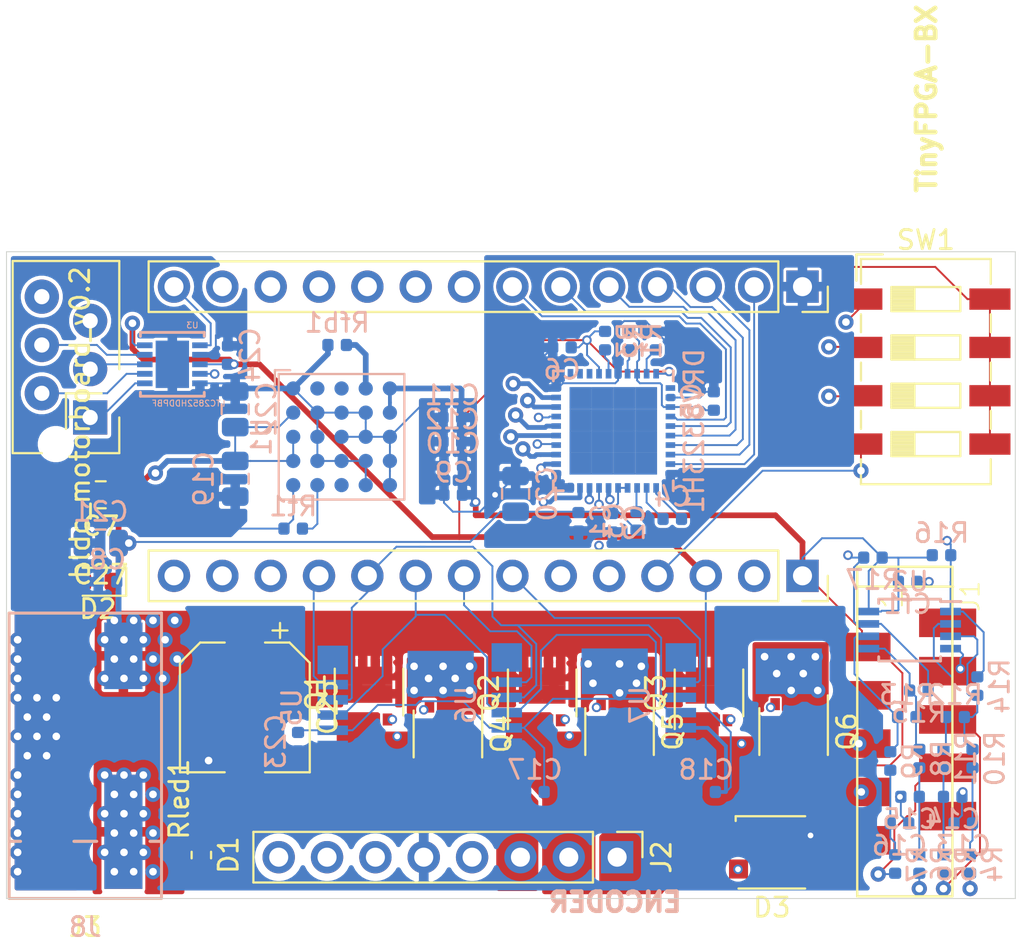
<source format=kicad_pcb>
(kicad_pcb (version 20171130) (host pcbnew 5.0.2-bee76a0~70~ubuntu18.04.1)
  (layers (0 F.Cu signal) (1 In1.Cu signal) (2 In2.Cu signal) (31 B.Cu signal) (34 B.Paste user) (35 F.Paste user) (36 B.SilkS user) (37 F.SilkS user) (38 B.Mask user) (39 F.Mask user) (44 Edge.Cuts user))
  (net 0 "")
  (net 1 +36V)
  (net 2 "Net-(C3-Pad1)")
  (net 3 "Net-(C4-Pad1)")
  (net 4 "Net-(C4-Pad2)")
  (net 5 "Net-(C5-Pad2)")
  (net 6 +3V3)
  (net 7 "Net-(DRV8323H1-Pad25)")
  (net 8 "Net-(DRV8323H1-Pad27)")
  (net 9 "Net-(DRV8323H1-Pad29)")
  (net 10 "Net-(DRV8323H1-Pad31)")
  (net 11 INHA)
  (net 12 INLA)
  (net 13 INHB)
  (net 14 INLB)
  (net 15 INHC)
  (net 16 INLC)
  (net 17 /mosfet_bridges/SPA)
  (net 18 /mosfet_bridges/SPB)
  (net 19 /mosfet_bridges/SPC)
  (net 20 /mosfet_bridges/GHA)
  (net 21 /mosfet_bridges/GLA)
  (net 22 /mosfet_bridges/GLB)
  (net 23 /mosfet_bridges/GHB)
  (net 24 /mosfet_bridges/GHC)
  (net 25 /mosfet_bridges/GLC)
  (net 26 /mosfet_bridges/SOC)
  (net 27 /mosfet_bridges/SOB)
  (net 28 /mosfet_bridges/SOA)
  (net 29 GND)
  (net 30 CS_MISO)
  (net 31 CS_CLK)
  (net 32 CS_A)
  (net 33 CS_OCD_A)
  (net 34 CS_B)
  (net 35 CS_OCD_B)
  (net 36 CS_C)
  (net 37 CS_OCD_C)
  (net 38 /HALL2)
  (net 39 /HALL1)
  (net 40 /HALL3)
  (net 41 RX)
  (net 42 TX)
  (net 43 /Encoder0_Index)
  (net 44 /Encoder0_B)
  (net 45 /Encoder0_A)
  (net 46 +5V)
  (net 47 "Net-(Rfb1-Pad1)")
  (net 48 "Net-(Rt1-Pad1)")
  (net 49 "Net-(U1-PadB1)")
  (net 50 "Net-(U1-PadC1)")
  (net 51 "Net-(D1-Pad1)")
  (net 52 "Net-(J1-Pad9)")
  (net 53 "Net-(J1-Pad10)")
  (net 54 /PH1)
  (net 55 /PH2)
  (net 56 /PH3)
  (net 57 "Net-(J1-Pad4)")
  (net 58 "Net-(J1-Pad1)")
  (net 59 "Net-(C13-Pad2)")
  (net 60 "Net-(C14-Pad1)")
  (net 61 "Net-(C15-Pad2)")
  (net 62 "Net-(C16-Pad1)")
  (net 63 /+A)
  (net 64 /-A)
  (net 65 /+B)
  (net 66 /-B)
  (net 67 SHIELD)
  (net 68 /l_TX)
  (net 69 /h_TX)
  (net 70 /l_RX)
  (net 71 /h_RX)
  (net 72 "Net-(R13-Pad1)")
  (net 73 "Net-(R13-Pad2)")
  (net 74 "Net-(R10-Pad2)")
  (net 75 "Net-(R11-Pad2)")
  (net 76 "Net-(D3-Pad1)")
  (net 77 /NEOPXL)
  (net 78 /ID_2)
  (net 79 /ID_1)
  (net 80 /ID_0)
  (net 81 /ID_3)
  (module Capacitor_SMD:C_0402_1005Metric (layer B.Cu) (at 111.633 105.433 90)
    (fp_text reference C24 (at 0 1.17 270) (layer B.SilkS) (effects (justify mirror)))
    (fp_text value 0.1uF)
    (pad 2 smd roundrect (at 0.485 0 90) (size 0.59 0.64) (layers B.Cu B.Paste B.Mask) (net 29 GND))
    (pad 1 smd roundrect (at -0.485 0 90) (size 0.59 0.64) (layers B.Cu B.Paste B.Mask) (net 6 +3V3))
  )
  (module Package_BGA:BGA-25_6.35x6.35mm_Layout5x5_P1.27mm (layer B.Cu) (at 117.602 109.728 270)
    (fp_text reference U1 (at 0 4.2 90) (layer B.SilkS) (effects (justify mirror)))
    (fp_text value LTM8074)
    (pad A1 smd circle (at -2.54 2.54 270) (size 0.75 0.75) (layers B.Cu B.Paste B.Mask) (net 29 GND))
    (pad B1 smd circle (at -2.54 1.27 270) (size 0.75 0.75) (layers B.Cu B.Paste B.Mask) (net 49 "Net-(U1-PadB1)"))
    (pad C1 smd circle (at -2.54 0 270) (size 0.75 0.75) (layers B.Cu B.Paste B.Mask) (net 50 "Net-(U1-PadC1)"))
    (pad D1 smd circle (at -2.54 -1.27 270) (size 0.75 0.75) (layers B.Cu B.Paste B.Mask) (net 47 "Net-(Rfb1-Pad1)"))
    (pad E1 smd circle (at -2.54 -2.54 270) (size 0.75 0.75) (layers B.Cu B.Paste B.Mask) (net 46 +5V))
    (pad A2 smd circle (at -1.27 2.54 270) (size 0.75 0.75) (layers B.Cu B.Paste B.Mask) (net 1 +36V))
    (pad B2 smd circle (at -1.27 1.27 270) (size 0.75 0.75) (layers B.Cu B.Paste B.Mask) (net 29 GND))
    (pad C2 smd circle (at -1.27 0 270) (size 0.75 0.75) (layers B.Cu B.Paste B.Mask) (net 29 GND))
    (pad D2 smd circle (at -1.27 -1.27 270) (size 0.75 0.75) (layers B.Cu B.Paste B.Mask) (net 29 GND))
    (pad E2 smd circle (at -1.27 -2.54 270) (size 0.75 0.75) (layers B.Cu B.Paste B.Mask) (net 46 +5V))
    (pad A3 smd circle (at 0 2.54 270) (size 0.75 0.75) (layers B.Cu B.Paste B.Mask) (net 1 +36V))
    (pad B3 smd circle (at 0 1.27 270) (size 0.75 0.75) (layers B.Cu B.Paste B.Mask) (net 29 GND))
    (pad C3 smd circle (at 0 0 270) (size 0.75 0.75) (layers B.Cu B.Paste B.Mask) (net 29 GND))
    (pad D3 smd circle (at 0 -1.27 270) (size 0.75 0.75) (layers B.Cu B.Paste B.Mask) (net 29 GND))
    (pad E3 smd circle (at 0 -2.54 270) (size 0.75 0.75) (layers B.Cu B.Paste B.Mask) (net 29 GND))
    (pad A4 smd circle (at 1.27 2.54 270) (size 0.75 0.75) (layers B.Cu B.Paste B.Mask) (net 1 +36V))
    (pad B4 smd circle (at 1.27 1.27 270) (size 0.75 0.75) (layers B.Cu B.Paste B.Mask) (net 29 GND))
    (pad C4 smd circle (at 1.27 0 270) (size 0.75 0.75) (layers B.Cu B.Paste B.Mask) (net 29 GND))
    (pad D4 smd circle (at 1.27 -1.27 270) (size 0.75 0.75) (layers B.Cu B.Paste B.Mask) (net 29 GND))
    (pad E4 smd circle (at 1.27 -2.54 270) (size 0.75 0.75) (layers B.Cu B.Paste B.Mask) (net 29 GND))
    (pad A5 smd circle (at 2.54 2.54 270) (size 0.75 0.75) (layers B.Cu B.Paste B.Mask) (net 29 GND))
    (pad B5 smd circle (at 2.54 1.27 270) (size 0.75 0.75) (layers B.Cu B.Paste B.Mask) (net 48 "Net-(Rt1-Pad1)"))
    (pad C5 smd circle (at 2.54 0 270) (size 0.75 0.75) (layers B.Cu B.Paste B.Mask))
    (pad D5 smd circle (at 2.54 -1.27 270) (size 0.75 0.75) (layers B.Cu B.Paste B.Mask) (net 29 GND))
    (pad E5 smd circle (at 2.54 -2.54 270) (size 0.75 0.75) (layers B.Cu B.Paste B.Mask) (net 29 GND))
  )
  (module Capacitor_SMD:C_0402_1005Metric (layer B.Cu) (at 147.47 128.651)
    (fp_text reference C15 (at 0 1.17) (layer B.SilkS) (effects (justify mirror)))
    (fp_text value 0.1uF)
    (pad 2 smd roundrect (at 0.485 0) (size 0.59 0.64) (layers B.Cu B.Paste B.Mask) (net 61 "Net-(C15-Pad2)"))
    (pad 1 smd roundrect (at -0.485 0) (size 0.59 0.64) (layers B.Cu B.Paste B.Mask) (net 29 GND))
  )
  (module Capacitor_SMD:C_0402_1005Metric (layer B.Cu) (at 115.316 125.753 270)
    (fp_text reference C23 (at 0 1.17 90) (layer B.SilkS) (effects (justify mirror)))
    (fp_text value 0.1uF)
    (pad 2 smd roundrect (at 0.485 0 270) (size 0.59 0.64) (layers B.Cu B.Paste B.Mask) (net 29 GND))
    (pad 1 smd roundrect (at -0.485 0 270) (size 0.59 0.64) (layers B.Cu B.Paste B.Mask) (net 6 +3V3))
  )
  (module Capacitor_SMD:C_0402_1005Metric (layer B.Cu) (at 136.756 128.397 180)
    (fp_text reference C18 (at 0 1.17) (layer B.SilkS) (effects (justify mirror)))
    (fp_text value 0.1uF)
    (pad 1 smd roundrect (at -0.485 0 180) (size 0.59 0.64) (layers B.Cu B.Paste B.Mask) (net 6 +3V3))
    (pad 2 smd roundrect (at 0.485 0 180) (size 0.59 0.64) (layers B.Cu B.Paste B.Mask) (net 29 GND))
  )
  (module Capacitor_SMD:C_0402_1005Metric (layer B.Cu) (at 127.762 128.397 180)
    (fp_text reference C17 (at 0 1.17) (layer B.SilkS) (effects (justify mirror)))
    (fp_text value 0.1uF)
    (pad 2 smd roundrect (at 0.485 0 180) (size 0.59 0.64) (layers B.Cu B.Paste B.Mask) (net 29 GND))
    (pad 1 smd roundrect (at -0.485 0 180) (size 0.59 0.64) (layers B.Cu B.Paste B.Mask) (net 6 +3V3))
  )
  (module custom_lib:LED_WS2812B-PLCC4_3.5x3.5 (layer F.Cu) (at 140.208 131.572 180)
    (fp_text reference D3 (at 0 -2.9) (layer F.SilkS))
    (fp_text value NeoPixel_THT)
    (pad 1 smd rect (at -1.75 -0.875 180) (size 1 1) (layers F.Cu F.Paste F.Mask) (net 76 "Net-(D3-Pad1)"))
    (pad 2 smd rect (at -1.75 0.875 180) (size 1 1) (layers F.Cu F.Paste F.Mask) (net 29 GND))
    (pad 4 smd rect (at 1.75 -0.875 180) (size 1 1) (layers F.Cu F.Paste F.Mask) (net 77 /NEOPXL))
    (pad 3 smd rect (at 1.75 0.875 180) (size 1 1) (layers F.Cu F.Paste F.Mask) (net 46 +5V))
  )
  (module Package_SO:TSSOP-8_3x3mm_P0.65mm (layer B.Cu) (at 147.447 119.888 180)
    (fp_text reference U2 (at 0 2.55) (layer B.SilkS) (effects (justify mirror)))
    (fp_text value LM2903)
    (pad 8 smd rect (at 2.15 0.975 180) (size 1.1 0.4) (layers B.Cu B.Paste B.Mask) (net 46 +5V))
    (pad 7 smd rect (at 2.15 0.325 180) (size 1.1 0.4) (layers B.Cu B.Paste B.Mask) (net 44 /Encoder0_B))
    (pad 6 smd rect (at 2.15 -0.325 180) (size 1.1 0.4) (layers B.Cu B.Paste B.Mask) (net 73 "Net-(R13-Pad2)"))
    (pad 5 smd rect (at 2.15 -0.975 180) (size 1.1 0.4) (layers B.Cu B.Paste B.Mask) (net 72 "Net-(R13-Pad1)"))
    (pad 4 smd rect (at -2.15 -0.975 180) (size 1.1 0.4) (layers B.Cu B.Paste B.Mask) (net 29 GND))
    (pad 3 smd rect (at -2.15 -0.325 180) (size 1.1 0.4) (layers B.Cu B.Paste B.Mask) (net 74 "Net-(R10-Pad2)"))
    (pad 2 smd rect (at -2.15 0.325 180) (size 1.1 0.4) (layers B.Cu B.Paste B.Mask) (net 75 "Net-(R11-Pad2)"))
    (pad 1 smd rect (at -2.15 0.975 180) (size 1.1 0.4) (layers B.Cu B.Paste B.Mask) (net 45 /Encoder0_A))
  )
  (module Resistor_SMD:R_0402_1005Metric (layer B.Cu) (at 145.519 116.078)
    (fp_text reference R17 (at 0 1.17) (layer B.SilkS) (effects (justify mirror)))
    (fp_text value 100k)
    (pad 2 smd roundrect (at 0.485 0) (size 0.59 0.64) (layers B.Cu B.Paste B.Mask) (net 46 +5V))
    (pad 1 smd roundrect (at -0.485 0) (size 0.59 0.64) (layers B.Cu B.Paste B.Mask) (net 44 /Encoder0_B))
  )
  (module Resistor_SMD:R_0402_1005Metric (layer B.Cu) (at 149.121 115.951 180)
    (fp_text reference R16 (at 0 1.17) (layer B.SilkS) (effects (justify mirror)))
    (fp_text value 100k)
    (pad 2 smd roundrect (at 0.485 0 180) (size 0.59 0.64) (layers B.Cu B.Paste B.Mask) (net 46 +5V))
    (pad 1 smd roundrect (at -0.485 0 180) (size 0.59 0.64) (layers B.Cu B.Paste B.Mask) (net 45 /Encoder0_A))
  )
  (module Resistor_SMD:R_0402_1005Metric (layer B.Cu) (at 147.932 123.063)
    (fp_text reference R15 (at 0 1.17 180) (layer B.SilkS) (effects (justify mirror)))
    (fp_text value 10k)
    (pad 2 smd roundrect (at 0.485 0) (size 0.59 0.64) (layers B.Cu B.Paste B.Mask) (net 44 /Encoder0_B))
    (pad 1 smd roundrect (at -0.485 0) (size 0.59 0.64) (layers B.Cu B.Paste B.Mask) (net 72 "Net-(R13-Pad1)"))
  )
  (module Resistor_SMD:R_0402_1005Metric (layer B.Cu) (at 151.003 122.832 90)
    (fp_text reference R14 (at 0 1.17 270) (layer B.SilkS) (effects (justify mirror)))
    (fp_text value 10k)
    (pad 2 smd roundrect (at 0.485 0 90) (size 0.59 0.64) (layers B.Cu B.Paste B.Mask) (net 45 /Encoder0_A))
    (pad 1 smd roundrect (at -0.485 0 90) (size 0.59 0.64) (layers B.Cu B.Paste B.Mask) (net 74 "Net-(R10-Pad2)"))
  )
  (module Resistor_SMD:R_0402_1005Metric (layer B.Cu) (at 147.297 124.46 180)
    (fp_text reference R13 (at 0 1.17) (layer B.SilkS) (effects (justify mirror)))
    (fp_text value 10k)
    (pad 2 smd roundrect (at 0.485 0 180) (size 0.59 0.64) (layers B.Cu B.Paste B.Mask) (net 73 "Net-(R13-Pad2)"))
    (pad 1 smd roundrect (at -0.485 0 180) (size 0.59 0.64) (layers B.Cu B.Paste B.Mask) (net 72 "Net-(R13-Pad1)"))
  )
  (module Resistor_SMD:R_0402_1005Metric (layer B.Cu) (at 149.837 124.46 180)
    (fp_text reference R12 (at 0 1.17) (layer B.SilkS) (effects (justify mirror)))
    (fp_text value 10k)
    (pad 2 smd roundrect (at 0.485 0 180) (size 0.59 0.64) (layers B.Cu B.Paste B.Mask) (net 75 "Net-(R11-Pad2)"))
    (pad 1 smd roundrect (at -0.485 0 180) (size 0.59 0.64) (layers B.Cu B.Paste B.Mask) (net 74 "Net-(R10-Pad2)"))
  )
  (module Resistor_SMD:R_0402_1005Metric (layer B.Cu) (at 149.225 126.642 90)
    (fp_text reference R11 (at 0 1.17 270) (layer B.SilkS) (effects (justify mirror)))
    (fp_text value 10k)
    (pad 2 smd roundrect (at 0.485 0 90) (size 0.59 0.64) (layers B.Cu B.Paste B.Mask) (net 75 "Net-(R11-Pad2)"))
    (pad 1 smd roundrect (at -0.485 0 90) (size 0.59 0.64) (layers B.Cu B.Paste B.Mask) (net 60 "Net-(C14-Pad1)"))
  )
  (module Resistor_SMD:R_0402_1005Metric (layer B.Cu) (at 150.749 126.642 90)
    (fp_text reference R10 (at 0 1.17 270) (layer B.SilkS) (effects (justify mirror)))
    (fp_text value 10k)
    (pad 2 smd roundrect (at 0.485 0 90) (size 0.59 0.64) (layers B.Cu B.Paste B.Mask) (net 74 "Net-(R10-Pad2)"))
    (pad 1 smd roundrect (at -0.485 0 90) (size 0.59 0.64) (layers B.Cu B.Paste B.Mask) (net 59 "Net-(C13-Pad2)"))
  )
  (module Resistor_SMD:R_0402_1005Metric (layer B.Cu) (at 146.431 126.769 90)
    (fp_text reference R9 (at 0 1.17 270) (layer B.SilkS) (effects (justify mirror)))
    (fp_text value 10k)
    (pad 2 smd roundrect (at 0.485 0 90) (size 0.59 0.64) (layers B.Cu B.Paste B.Mask) (net 73 "Net-(R13-Pad2)"))
    (pad 1 smd roundrect (at -0.485 0 90) (size 0.59 0.64) (layers B.Cu B.Paste B.Mask) (net 62 "Net-(C16-Pad1)"))
  )
  (module Resistor_SMD:R_0402_1005Metric (layer B.Cu) (at 147.955 126.642 90)
    (fp_text reference R8 (at 0 1.17 270) (layer B.SilkS) (effects (justify mirror)))
    (fp_text value 10k)
    (pad 2 smd roundrect (at 0.485 0 90) (size 0.59 0.64) (layers B.Cu B.Paste B.Mask) (net 72 "Net-(R13-Pad1)"))
    (pad 1 smd roundrect (at -0.485 0 90) (size 0.59 0.64) (layers B.Cu B.Paste B.Mask) (net 61 "Net-(C15-Pad2)"))
  )
  (module Resistor_SMD:R_0402_1005Metric (layer B.Cu) (at 146.685 132.184 90)
    (fp_text reference R7 (at 0 1.17 270) (layer B.SilkS) (effects (justify mirror)))
    (fp_text value 10k)
    (pad 2 smd roundrect (at 0.485 0 90) (size 0.59 0.64) (layers B.Cu B.Paste B.Mask) (net 62 "Net-(C16-Pad1)"))
    (pad 1 smd roundrect (at -0.485 0 90) (size 0.59 0.64) (layers B.Cu B.Paste B.Mask) (net 66 /-B))
  )
  (module Resistor_SMD:R_0402_1005Metric (layer B.Cu) (at 147.955 132.184 90)
    (fp_text reference R6 (at 0 1.17 270) (layer B.SilkS) (effects (justify mirror)))
    (fp_text value 10k)
    (pad 2 smd roundrect (at 0.485 0 90) (size 0.59 0.64) (layers B.Cu B.Paste B.Mask) (net 61 "Net-(C15-Pad2)"))
    (pad 1 smd roundrect (at -0.485 0 90) (size 0.59 0.64) (layers B.Cu B.Paste B.Mask) (net 65 /+B))
  )
  (module Resistor_SMD:R_0402_1005Metric (layer B.Cu) (at 149.225 132.184 90)
    (fp_text reference R5 (at 0 1.17 270) (layer B.SilkS) (effects (justify mirror)))
    (fp_text value 10k)
    (pad 2 smd roundrect (at 0.485 0 90) (size 0.59 0.64) (layers B.Cu B.Paste B.Mask) (net 60 "Net-(C14-Pad1)"))
    (pad 1 smd roundrect (at -0.485 0 90) (size 0.59 0.64) (layers B.Cu B.Paste B.Mask) (net 64 /-A))
  )
  (module Resistor_SMD:R_0402_1005Metric (layer B.Cu) (at 150.622 132.184 90)
    (fp_text reference R4 (at 0 1.17 270) (layer B.SilkS) (effects (justify mirror)))
    (fp_text value 10k)
    (pad 2 smd roundrect (at 0.485 0 90) (size 0.59 0.64) (layers B.Cu B.Paste B.Mask) (net 59 "Net-(C13-Pad2)"))
    (pad 1 smd roundrect (at -0.485 0 90) (size 0.59 0.64) (layers B.Cu B.Paste B.Mask) (net 63 /+A))
  )
  (module Capacitor_SMD:C_0402_1005Metric (layer B.Cu) (at 147.343 117.348)
    (fp_text reference Cf1 (at 0 1.17 180) (layer B.SilkS) (effects (justify mirror)))
    (fp_text value 0.1uF)
    (pad 2 smd roundrect (at 0.485 0) (size 0.59 0.64) (layers B.Cu B.Paste B.Mask) (net 29 GND))
    (pad 1 smd roundrect (at -0.485 0) (size 0.59 0.64) (layers B.Cu B.Paste B.Mask) (net 46 +5V))
  )
  (module Capacitor_SMD:C_0402_1005Metric (layer B.Cu) (at 146.916 130.048)
    (fp_text reference C16 (at 0 1.17) (layer B.SilkS) (effects (justify mirror)))
    (fp_text value 0.1uF)
    (pad 2 smd roundrect (at 0.485 0) (size 0.59 0.64) (layers B.Cu B.Paste B.Mask) (net 29 GND))
    (pad 1 smd roundrect (at -0.485 0) (size 0.59 0.64) (layers B.Cu B.Paste B.Mask) (net 62 "Net-(C16-Pad1)"))
  )
  (module Capacitor_SMD:C_0402_1005Metric (layer B.Cu) (at 149.71 128.651)
    (fp_text reference C14 (at 0 1.17) (layer B.SilkS) (effects (justify mirror)))
    (fp_text value 0.1uF)
    (pad 2 smd roundrect (at 0.485 0) (size 0.59 0.64) (layers B.Cu B.Paste B.Mask) (net 29 GND))
    (pad 1 smd roundrect (at -0.485 0) (size 0.59 0.64) (layers B.Cu B.Paste B.Mask) (net 60 "Net-(C14-Pad1)"))
  )
  (module Capacitor_SMD:C_0402_1005Metric (layer B.Cu) (at 150.264 130.048)
    (fp_text reference C13 (at 0 1.17) (layer B.SilkS) (effects (justify mirror)))
    (fp_text value 0.1uF)
    (pad 2 smd roundrect (at 0.485 0) (size 0.59 0.64) (layers B.Cu B.Paste B.Mask) (net 59 "Net-(C13-Pad2)"))
    (pad 1 smd roundrect (at -0.485 0) (size 0.59 0.64) (layers B.Cu B.Paste B.Mask) (net 29 GND))
  )
  (module Connector_PinSocket_2.54mm:PinSocket_1x14_P2.54mm_Vertical (layer F.Cu) (at 141.818 117.036 270)
    (fp_text reference J7 hide)
    (fp_text value TinyFPGA-BX-right)
    (pad 1 thru_hole rect (at 0 0 270) (size 1.7 1.7) (drill 1) (layers *.Cu *.Mask) (net 46 +5V))
    (pad 2 thru_hole oval (at 0 2.54 270) (size 1.7 1.7) (drill 1) (layers *.Cu *.Mask) (net 29 GND))
    (pad 3 thru_hole oval (at 0 5.08 270) (size 1.7 1.7) (drill 1) (layers *.Cu *.Mask) (net 6 +3V3))
    (pad 4 thru_hole oval (at 0 7.62 270) (size 1.7 1.7) (drill 1) (layers *.Cu *.Mask) (net 81 /ID_3))
    (pad 5 thru_hole oval (at 0 10.16 270) (size 1.7 1.7) (drill 1) (layers *.Cu *.Mask) (net 77 /NEOPXL))
    (pad 6 thru_hole oval (at 0 12.7 270) (size 1.7 1.7) (drill 1) (layers *.Cu *.Mask) (net 43 /Encoder0_Index))
    (pad 7 thru_hole oval (at 0 15.24 270) (size 1.7 1.7) (drill 1) (layers *.Cu *.Mask) (net 36 CS_C))
    (pad 8 thru_hole oval (at 0 17.78 270) (size 1.7 1.7) (drill 1) (layers *.Cu *.Mask) (net 34 CS_B))
    (pad 9 thru_hole oval (at 0 20.32 270) (size 1.7 1.7) (drill 1) (layers *.Cu *.Mask) (net 30 CS_MISO))
    (pad 10 thru_hole oval (at 0 22.86 270) (size 1.7 1.7) (drill 1) (layers *.Cu *.Mask) (net 31 CS_CLK))
    (pad 11 thru_hole oval (at 0 25.4 270) (size 1.7 1.7) (drill 1) (layers *.Cu *.Mask) (net 32 CS_A))
    (pad 12 thru_hole oval (at 0 27.94 270) (size 1.7 1.7) (drill 1) (layers *.Cu *.Mask) (net 40 /HALL3))
    (pad 13 thru_hole oval (at 0 30.48 270) (size 1.7 1.7) (drill 1) (layers *.Cu *.Mask) (net 38 /HALL2))
    (pad 14 thru_hole oval (at 0 33.02 270) (size 1.7 1.7) (drill 1) (layers *.Cu *.Mask) (net 39 /HALL1))
  )
  (module Connector_PinSocket_2.54mm:PinSocket_1x14_P2.54mm_Vertical (layer F.Cu) (at 141.818 101.836 270)
    (fp_text reference J6 hide)
    (fp_text value TinyFPGA-BX-left)
    (pad 14 thru_hole oval (at 0 33.02 270) (size 1.7 1.7) (drill 1) (layers *.Cu *.Mask) (net 41 RX))
    (pad 13 thru_hole oval (at 0 30.48 270) (size 1.7 1.7) (drill 1) (layers *.Cu *.Mask) (net 42 TX))
    (pad 12 thru_hole oval (at 0 27.94 270) (size 1.7 1.7) (drill 1) (layers *.Cu *.Mask) (net 78 /ID_2))
    (pad 11 thru_hole oval (at 0 25.4 270) (size 1.7 1.7) (drill 1) (layers *.Cu *.Mask) (net 79 /ID_1))
    (pad 10 thru_hole oval (at 0 22.86 270) (size 1.7 1.7) (drill 1) (layers *.Cu *.Mask) (net 44 /Encoder0_B))
    (pad 9 thru_hole oval (at 0 20.32 270) (size 1.7 1.7) (drill 1) (layers *.Cu *.Mask) (net 45 /Encoder0_A))
    (pad 8 thru_hole oval (at 0 17.78 270) (size 1.7 1.7) (drill 1) (layers *.Cu *.Mask) (net 80 /ID_0))
    (pad 7 thru_hole oval (at 0 15.24 270) (size 1.7 1.7) (drill 1) (layers *.Cu *.Mask) (net 11 INHA))
    (pad 6 thru_hole oval (at 0 12.7 270) (size 1.7 1.7) (drill 1) (layers *.Cu *.Mask) (net 12 INLA))
    (pad 5 thru_hole oval (at 0 10.16 270) (size 1.7 1.7) (drill 1) (layers *.Cu *.Mask) (net 13 INHB))
    (pad 4 thru_hole oval (at 0 7.62 270) (size 1.7 1.7) (drill 1) (layers *.Cu *.Mask) (net 14 INLB))
    (pad 3 thru_hole oval (at 0 5.08 270) (size 1.7 1.7) (drill 1) (layers *.Cu *.Mask) (net 15 INHC))
    (pad 2 thru_hole oval (at 0 2.54 270) (size 1.7 1.7) (drill 1) (layers *.Cu *.Mask) (net 16 INLC))
    (pad 1 thru_hole rect (at 0 0 270) (size 1.7 1.7) (drill 1) (layers *.Cu *.Mask) (net 29 GND))
  )
  (module Diode_SMD:D_0603_1608Metric (layer F.Cu) (at 104.8005 117.348 180)
    (fp_text reference D2 (at 0 -1.43) (layer F.SilkS))
    (fp_text value D_TVS)
    (pad 2 smd roundrect (at 0.7875 0 180) (size 0.875 0.95) (layers F.Cu F.Paste F.Mask) (net 29 GND))
    (pad 1 smd roundrect (at -0.7875 0 180) (size 0.875 0.95) (layers F.Cu F.Paste F.Mask) (net 1 +36V))
  )
  (module "motor drive 9y_protection:MIRCO_MATCH" (layer F.Cu) (at 147.193 125.222 270)
    (fp_text reference J1 (at -8 -4 90) (layer F.SilkS) (effects (font (size 0.9652 0.9652) (thickness 0.09652)) (justify right bottom)))
    (fp_text value OpticalEncoder)
    (fp_text user 1 (at -7.62 0 90) (layer F.SilkS) (effects (font (size 1.2065 1.2065) (thickness 0.1016)) (justify right bottom)))
    (pad 10 smd rect (at 5.715 2.25) (size 3 1.5) (layers F.Cu F.Paste F.Mask) (net 53 "Net-(J1-Pad10)"))
    (pad 8 smd rect (at 3.175 2.25) (size 3 1.5) (layers F.Cu F.Paste F.Mask) (net 65 /+B))
    (pad 6 smd rect (at 0.635 2.25) (size 3 1.5) (layers F.Cu F.Paste F.Mask) (net 63 /+A))
    (pad 4 smd rect (at -1.905 2.25) (size 3 1.5) (layers F.Cu F.Paste F.Mask) (net 57 "Net-(J1-Pad4)"))
    (pad 2 smd rect (at -4.445 2.25) (size 3 1.5) (layers F.Cu F.Paste F.Mask) (net 46 +5V))
    (pad 9 smd rect (at 4.445 -2.25) (size 3 1.5) (layers F.Cu F.Paste F.Mask) (net 52 "Net-(J1-Pad9)"))
    (pad 7 smd rect (at 1.905 -2.25) (size 3 1.5) (layers F.Cu F.Paste F.Mask) (net 66 /-B))
    (pad 5 smd rect (at -0.635 -2.25) (size 3 1.5) (layers F.Cu F.Paste F.Mask) (net 64 /-A))
    (pad 3 smd rect (at -3.175 -2.25) (size 3 1.5) (layers F.Cu F.Paste F.Mask) (net 29 GND))
    (pad 1 smd rect (at -5.715 -2.25) (size 3 1.5) (layers F.Cu F.Paste F.Mask) (net 58 "Net-(J1-Pad1)"))
  )
  (module custom_lib:LTC8252_DD_DFN-10_DD (layer B.Cu) (at 108.712 105.918 180)
    (fp_text reference U3 (at -1.0542 2.0524) (layer B.SilkS) (effects (font (size 0.314961 0.314961) (thickness 0.05)) (justify mirror)))
    (fp_text value LTC2852HDDPBF (at -0.8542 -2.0524) (layer B.SilkS) (effects (font (size 0.314961 0.314961) (thickness 0.05)) (justify mirror)))
    (pad 11 smd rect (at 0 0 180) (size 1.7526 2.4892) (layers B.Cu B.Paste B.Mask) (net 29 GND))
    (pad 10 smd rect (at 1.4478 1 180) (size 0.8128 0.3048) (layers B.Cu B.Paste B.Mask) (net 6 +3V3))
    (pad 9 smd rect (at 1.4478 0.5 180) (size 0.8128 0.3048) (layers B.Cu B.Paste B.Mask) (net 71 /h_RX))
    (pad 8 smd rect (at 1.4478 0 180) (size 0.8128 0.3048) (layers B.Cu B.Paste B.Mask) (net 70 /l_RX))
    (pad 7 smd rect (at 1.4478 -0.5 180) (size 0.8128 0.3048) (layers B.Cu B.Paste B.Mask) (net 69 /h_TX))
    (pad 6 smd rect (at 1.4478 -1 180) (size 0.8128 0.3048) (layers B.Cu B.Paste B.Mask) (net 68 /l_TX))
    (pad 5 smd rect (at -1.4478 -1 180) (size 0.8128 0.3048) (layers B.Cu B.Paste B.Mask) (net 29 GND))
    (pad 4 smd rect (at -1.4478 -0.5 180) (size 0.8128 0.3048) (layers B.Cu B.Paste B.Mask) (net 42 TX))
    (pad 3 smd rect (at -1.4478 0 180) (size 0.8128 0.3048) (layers B.Cu B.Paste B.Mask) (net 6 +3V3))
    (pad 2 smd rect (at -1.4478 0.5 180) (size 0.8128 0.3048) (layers B.Cu B.Paste B.Mask) (net 29 GND))
    (pad 1 smd rect (at -1.4478 1 180) (size 0.8128 0.3048) (layers B.Cu B.Paste B.Mask) (net 41 RX))
  )
  (module Connector_PinHeader_2.54mm:PinHeader_1x08_P2.54mm_Vertical (layer F.Cu) (at 132.08 131.826 270)
    (fp_text reference J2 (at 0 -2.33 90) (layer F.SilkS))
    (fp_text value PHASES)
    (pad 8 thru_hole oval (at 0 17.78 270) (size 1.7 1.7) (drill 1) (layers *.Cu *.Mask) (net 39 /HALL1))
    (pad 7 thru_hole oval (at 0 15.24 270) (size 1.7 1.7) (drill 1) (layers *.Cu *.Mask) (net 38 /HALL2))
    (pad 6 thru_hole oval (at 0 12.7 270) (size 1.7 1.7) (drill 1) (layers *.Cu *.Mask) (net 40 /HALL3))
    (pad 5 thru_hole oval (at 0 10.16 270) (size 1.7 1.7) (drill 1) (layers *.Cu *.Mask) (net 29 GND))
    (pad 4 thru_hole oval (at 0 7.62 270) (size 1.7 1.7) (drill 1) (layers *.Cu *.Mask) (net 6 +3V3))
    (pad 3 thru_hole oval (at 0 5.08 270) (size 1.7 1.7) (drill 1) (layers *.Cu *.Mask) (net 54 /PH1))
    (pad 2 thru_hole oval (at 0 2.54 270) (size 1.7 1.7) (drill 1) (layers *.Cu *.Mask) (net 55 /PH2))
    (pad 1 thru_hole rect (at 0 0 270) (size 1.7 1.7) (drill 1) (layers *.Cu *.Mask) (net 56 /PH3))
  )
  (module Capacitor_SMD:C_0603_1608Metric_Pad1.05x0.95mm_HandSolder (layer F.Cu) (at 110.236 131.713 270)
    (fp_text reference D1 (at 0 -1.43 90) (layer F.SilkS))
    (fp_text value LED)
    (pad 2 smd roundrect (at 0.875 0 270) (size 1.05 0.95) (layers F.Cu F.Paste F.Mask) (net 1 +36V))
    (pad 1 smd roundrect (at -0.875 0 270) (size 1.05 0.95) (layers F.Cu F.Paste F.Mask) (net 51 "Net-(D1-Pad1)"))
  )
  (module Resistor_SMD:R_0402_1005Metric (layer F.Cu) (at 110.236 128.778 90)
    (fp_text reference Rled1 (at 0 -1.17 90) (layer F.SilkS))
    (fp_text value 10k)
    (pad 2 smd roundrect (at 0.485 0 90) (size 0.59 0.64) (layers F.Cu F.Paste F.Mask) (net 29 GND))
    (pad 1 smd roundrect (at -0.485 0 90) (size 0.59 0.64) (layers F.Cu F.Paste F.Mask) (net 51 "Net-(D1-Pad1)"))
  )
  (module Resistor_SMD:R_0402_1005Metric (layer B.Cu) (at 115.062 114.554 180)
    (fp_text reference Rt1 (at 0 1.17) (layer B.SilkS) (effects (justify mirror)))
    (fp_text value 22k)
    (pad 2 smd roundrect (at 0.485 0 180) (size 0.59 0.64) (layers B.Cu B.Paste B.Mask) (net 29 GND))
    (pad 1 smd roundrect (at -0.485 0 180) (size 0.59 0.64) (layers B.Cu B.Paste B.Mask) (net 48 "Net-(Rt1-Pad1)"))
  )
  (module Resistor_SMD:R_0402_1005Metric (layer B.Cu) (at 117.371 104.902 180)
    (fp_text reference Rfb1 (at 0 1.17) (layer B.SilkS) (effects (justify mirror)))
    (fp_text value 45.6k)
    (pad 2 smd roundrect (at 0.485 0 180) (size 0.59 0.64) (layers B.Cu B.Paste B.Mask) (net 29 GND))
    (pad 1 smd roundrect (at -0.485 0 180) (size 0.59 0.64) (layers B.Cu B.Paste B.Mask) (net 47 "Net-(Rfb1-Pad1)"))
  )
  (module Capacitor_SMD:C_0402_1005Metric (layer B.Cu) (at 123.421 109.982 180)
    (fp_text reference C12 (at 0 1.17) (layer B.SilkS) (effects (justify mirror)))
    (fp_text value 22u)
    (pad 2 smd roundrect (at 0.485 0 180) (size 0.59 0.64) (layers B.Cu B.Paste B.Mask) (net 29 GND))
    (pad 1 smd roundrect (at -0.485 0 180) (size 0.59 0.64) (layers B.Cu B.Paste B.Mask) (net 46 +5V))
  )
  (module Capacitor_SMD:C_0402_1005Metric (layer B.Cu) (at 123.421 108.712 180)
    (fp_text reference C11 (at 0 1.17) (layer B.SilkS) (effects (justify mirror)))
    (fp_text value 22u)
    (pad 2 smd roundrect (at 0.485 0 180) (size 0.59 0.64) (layers B.Cu B.Paste B.Mask) (net 29 GND))
    (pad 1 smd roundrect (at -0.485 0 180) (size 0.59 0.64) (layers B.Cu B.Paste B.Mask) (net 46 +5V))
  )
  (module Capacitor_SMD:C_0402_1005Metric (layer B.Cu) (at 123.467 111.252 180)
    (fp_text reference C10 (at 0 1.17) (layer B.SilkS) (effects (justify mirror)))
    (fp_text value 22u)
    (pad 2 smd roundrect (at 0.485 0 180) (size 0.59 0.64) (layers B.Cu B.Paste B.Mask) (net 29 GND))
    (pad 1 smd roundrect (at -0.485 0 180) (size 0.59 0.64) (layers B.Cu B.Paste B.Mask) (net 46 +5V))
  )
  (module Capacitor_SMD:C_0402_1005Metric (layer B.Cu) (at 123.467 112.776 180)
    (fp_text reference C9 (at 0 1.17) (layer B.SilkS) (effects (justify mirror)))
    (fp_text value 22u)
    (pad 2 smd roundrect (at 0.485 0 180) (size 0.59 0.64) (layers B.Cu B.Paste B.Mask) (net 29 GND))
    (pad 1 smd roundrect (at -0.485 0 180) (size 0.59 0.64) (layers B.Cu B.Paste B.Mask) (net 46 +5V))
  )
  (module Capacitor_SMD:C_0402_1005Metric (layer B.Cu) (at 105.306 117.348 180)
    (fp_text reference C8 (at 0 1.17) (layer B.SilkS) (effects (justify mirror)))
    (fp_text value 0.1uF)
    (pad 2 smd roundrect (at 0.485 0 180) (size 0.59 0.64) (layers B.Cu B.Paste B.Mask) (net 29 GND))
    (pad 1 smd roundrect (at -0.485 0 180) (size 0.59 0.64) (layers B.Cu B.Paste B.Mask) (net 1 +36V))
  )
  (module custom_lib:Wago_2060_2_SMD (layer B.Cu) (at 104.14 126.492)
    (fp_text reference J8 (at 0 9) (layer B.SilkS) (effects (justify mirror)))
    (fp_text value POWER_OUT)
    (pad 1 smd rect (at -2 -5.25) (size 2 3.5) (layers B.Cu B.Paste B.Mask) (net 29 GND))
    (pad 1 smd rect (at -2 4) (size 2 6) (layers B.Cu B.Paste B.Mask) (net 29 GND))
    (pad 2 smd rect (at 2 4) (size 2 6) (layers B.Cu B.Paste B.Mask) (net 1 +36V))
    (pad 2 smd rect (at 2 -5.25) (size 2 3.5) (layers B.Cu B.Paste B.Mask) (net 1 +36V))
  )
  (module custom_lib:Wago_2060_2_SMD (layer F.Cu) (at 104.14 126.492 180)
    (fp_text reference J3 (at 0 -9) (layer F.SilkS))
    (fp_text value POWER_IN)
    (pad 1 smd rect (at -2 5.25 180) (size 2 3.5) (layers F.Cu F.Paste F.Mask) (net 1 +36V))
    (pad 1 smd rect (at -2 -4 180) (size 2 6) (layers F.Cu F.Paste F.Mask) (net 1 +36V))
    (pad 2 smd rect (at 2 -4 180) (size 2 6) (layers F.Cu F.Paste F.Mask) (net 29 GND))
    (pad 2 smd rect (at 2 5.25 180) (size 2 3.5) (layers F.Cu F.Paste F.Mask) (net 29 GND))
  )
  (module custom_lib:TLI4970 (layer B.Cu) (at 138.777 123.828 90)
    (fp_text reference U7 (at 0 -5.5 270) (layer B.SilkS) (effects (justify mirror)))
    (fp_text value TLI4970)
    (pad 7 smd rect (at 1.775 2.32 270) (size 2.4 3.48) (layers B.Cu B.Paste B.Mask) (net 19 /mosfet_bridges/SPC))
    (pad 8 smd rect (at -1.775 2.32 270) (size 2.4 3.48) (layers B.Cu B.Paste B.Mask) (net 29 GND))
    (pad 6 smd rect (at 2.5 -3.35 270) (size 1.5 1.6) (layers B.Cu B.Paste B.Mask) (net 37 CS_OCD_C))
    (pad 5 smd rect (at 1.2 -3.35 270) (size 0.5 1.6) (layers B.Cu B.Paste B.Mask) (net 36 CS_C))
    (pad 4 smd rect (at 0.4 -3.35 270) (size 0.5 1.6) (layers B.Cu B.Paste B.Mask) (net 31 CS_CLK))
    (pad 3 smd rect (at -0.4 -3.35 270) (size 0.5 1.6) (layers B.Cu B.Paste B.Mask) (net 30 CS_MISO))
    (pad 2 smd rect (at -1.2 -3.35 270) (size 0.5 1.6) (layers B.Cu B.Paste B.Mask) (net 6 +3V3))
    (pad 1 smd rect (at -2.5 -3.35 270) (size 1.5 1.6) (layers B.Cu B.Paste B.Mask) (net 29 GND))
  )
  (module custom_lib:TLI4970 (layer B.Cu) (at 129.633 123.828 90)
    (fp_text reference U6 (at 0 -5.5 90) (layer B.SilkS) (effects (justify mirror)))
    (fp_text value TLI4970)
    (pad 7 smd rect (at 1.775 2.32 270) (size 2.4 3.48) (layers B.Cu B.Paste B.Mask) (net 18 /mosfet_bridges/SPB))
    (pad 8 smd rect (at -1.775 2.32 270) (size 2.4 3.48) (layers B.Cu B.Paste B.Mask) (net 29 GND))
    (pad 6 smd rect (at 2.5 -3.35 270) (size 1.5 1.6) (layers B.Cu B.Paste B.Mask) (net 35 CS_OCD_B))
    (pad 5 smd rect (at 1.2 -3.35 270) (size 0.5 1.6) (layers B.Cu B.Paste B.Mask) (net 34 CS_B))
    (pad 4 smd rect (at 0.4 -3.35 270) (size 0.5 1.6) (layers B.Cu B.Paste B.Mask) (net 31 CS_CLK))
    (pad 3 smd rect (at -0.4 -3.35 270) (size 0.5 1.6) (layers B.Cu B.Paste B.Mask) (net 30 CS_MISO))
    (pad 2 smd rect (at -1.2 -3.35 270) (size 0.5 1.6) (layers B.Cu B.Paste B.Mask) (net 6 +3V3))
    (pad 1 smd rect (at -2.5 -3.35 270) (size 1.5 1.6) (layers B.Cu B.Paste B.Mask) (net 29 GND))
  )
  (module custom_lib:TLI4970 (layer B.Cu) (at 120.489 123.955 90)
    (fp_text reference U5 (at 0 -5.5 90) (layer B.SilkS) (effects (justify mirror)))
    (fp_text value TLI4970)
    (pad 7 smd rect (at 1.775 2.32 270) (size 2.4 3.48) (layers B.Cu B.Paste B.Mask) (net 17 /mosfet_bridges/SPA))
    (pad 8 smd rect (at -1.775 2.32 270) (size 2.4 3.48) (layers B.Cu B.Paste B.Mask) (net 29 GND))
    (pad 6 smd rect (at 2.5 -3.35 270) (size 1.5 1.6) (layers B.Cu B.Paste B.Mask) (net 33 CS_OCD_A))
    (pad 5 smd rect (at 1.2 -3.35 270) (size 0.5 1.6) (layers B.Cu B.Paste B.Mask) (net 32 CS_A))
    (pad 4 smd rect (at 0.4 -3.35 270) (size 0.5 1.6) (layers B.Cu B.Paste B.Mask) (net 31 CS_CLK))
    (pad 3 smd rect (at -0.4 -3.35 270) (size 0.5 1.6) (layers B.Cu B.Paste B.Mask) (net 30 CS_MISO))
    (pad 2 smd rect (at -1.2 -3.35 270) (size 0.5 1.6) (layers B.Cu B.Paste B.Mask) (net 6 +3V3))
    (pad 1 smd rect (at -2.5 -3.35 270) (size 1.5 1.6) (layers B.Cu B.Paste B.Mask) (net 29 GND))
  )
  (module Package_SON:VSON-8_3.3x3.3mm_P0.65mm_NexFET (layer F.Cu) (at 119.045 123.147 90)
    (fp_text reference Q1 (at 0 -2.8 270) (layer F.SilkS))
    (fp_text value CSD18534Q5A)
    (pad 5 smd rect (at -0.09 -0.61 90) (size 0.95 1.23) (layers F.Cu F.Paste F.Mask) (net 1 +36V))
    (pad 5 smd rect (at -0.09 0.61 90) (size 0.95 1.23) (layers F.Cu F.Paste F.Mask) (net 1 +36V))
    (pad 5 smd rect (at 0.86 -0.61 90) (size 0.95 1.23) (layers F.Cu F.Paste F.Mask) (net 1 +36V))
    (pad 5 smd rect (at 0.86 0.61 90) (size 0.95 1.23) (layers F.Cu F.Paste F.Mask) (net 1 +36V))
    (pad 5 smd rect (at 1.44 -0.97 90) (size 0.63 0.5) (layers F.Cu F.Paste F.Mask) (net 1 +36V))
    (pad 5 smd rect (at 1.44 -0.33 90) (size 0.63 0.5) (layers F.Cu F.Paste F.Mask) (net 1 +36V))
    (pad 5 smd rect (at 1.44 0.33 90) (size 0.63 0.5) (layers F.Cu F.Paste F.Mask) (net 1 +36V))
    (pad 5 smd rect (at 1.44 0.97 90) (size 0.63 0.5) (layers F.Cu F.Paste F.Mask) (net 1 +36V))
    (pad 4 smd rect (at -1.44 0.97 90) (size 0.63 0.5) (layers F.Cu F.Paste F.Mask) (net 20 /mosfet_bridges/GHA))
    (pad 3 smd rect (at -1.44 0.33 90) (size 0.63 0.5) (layers F.Cu F.Paste F.Mask) (net 54 /PH1))
    (pad 2 smd rect (at -1.44 -0.33 90) (size 0.63 0.5) (layers F.Cu F.Paste F.Mask) (net 54 /PH1))
    (pad 1 smd rect (at -1.44 -0.97 90) (size 0.63 0.5) (layers F.Cu F.Paste F.Mask) (net 54 /PH1))
  )
  (module Package_SON:VSON-8_3.3x3.3mm_P0.65mm_NexFET (layer F.Cu) (at 123.19 125.349 270)
    (fp_text reference Q4 (at 0 -2.8 270) (layer F.SilkS))
    (fp_text value CSD18534Q5A)
    (pad 5 smd rect (at -0.09 -0.61 270) (size 0.95 1.23) (layers F.Cu F.Paste F.Mask) (net 54 /PH1))
    (pad 5 smd rect (at -0.09 0.61 270) (size 0.95 1.23) (layers F.Cu F.Paste F.Mask) (net 54 /PH1))
    (pad 5 smd rect (at 0.86 -0.61 270) (size 0.95 1.23) (layers F.Cu F.Paste F.Mask) (net 54 /PH1))
    (pad 5 smd rect (at 0.86 0.61 270) (size 0.95 1.23) (layers F.Cu F.Paste F.Mask) (net 54 /PH1))
    (pad 5 smd rect (at 1.44 -0.97 270) (size 0.63 0.5) (layers F.Cu F.Paste F.Mask) (net 54 /PH1))
    (pad 5 smd rect (at 1.44 -0.33 270) (size 0.63 0.5) (layers F.Cu F.Paste F.Mask) (net 54 /PH1))
    (pad 5 smd rect (at 1.44 0.33 270) (size 0.63 0.5) (layers F.Cu F.Paste F.Mask) (net 54 /PH1))
    (pad 5 smd rect (at 1.44 0.97 270) (size 0.63 0.5) (layers F.Cu F.Paste F.Mask) (net 54 /PH1))
    (pad 4 smd rect (at -1.44 0.97 270) (size 0.63 0.5) (layers F.Cu F.Paste F.Mask) (net 21 /mosfet_bridges/GLA))
    (pad 3 smd rect (at -1.44 0.33 270) (size 0.63 0.5) (layers F.Cu F.Paste F.Mask) (net 17 /mosfet_bridges/SPA))
    (pad 2 smd rect (at -1.44 -0.33 270) (size 0.63 0.5) (layers F.Cu F.Paste F.Mask) (net 17 /mosfet_bridges/SPA))
    (pad 1 smd rect (at -1.44 -0.97 270) (size 0.63 0.5) (layers F.Cu F.Paste F.Mask) (net 17 /mosfet_bridges/SPA))
  )
  (module Package_SON:VSON-8_3.3x3.3mm_P0.65mm_NexFET (layer F.Cu) (at 132.207 125.222 270)
    (fp_text reference Q5 (at 0 -2.8 270) (layer F.SilkS))
    (fp_text value CSD18534Q5A)
    (pad 5 smd rect (at -0.09 -0.61 270) (size 0.95 1.23) (layers F.Cu F.Paste F.Mask) (net 55 /PH2))
    (pad 5 smd rect (at -0.09 0.61 270) (size 0.95 1.23) (layers F.Cu F.Paste F.Mask) (net 55 /PH2))
    (pad 5 smd rect (at 0.86 -0.61 270) (size 0.95 1.23) (layers F.Cu F.Paste F.Mask) (net 55 /PH2))
    (pad 5 smd rect (at 0.86 0.61 270) (size 0.95 1.23) (layers F.Cu F.Paste F.Mask) (net 55 /PH2))
    (pad 5 smd rect (at 1.44 -0.97 270) (size 0.63 0.5) (layers F.Cu F.Paste F.Mask) (net 55 /PH2))
    (pad 5 smd rect (at 1.44 -0.33 270) (size 0.63 0.5) (layers F.Cu F.Paste F.Mask) (net 55 /PH2))
    (pad 5 smd rect (at 1.44 0.33 270) (size 0.63 0.5) (layers F.Cu F.Paste F.Mask) (net 55 /PH2))
    (pad 5 smd rect (at 1.44 0.97 270) (size 0.63 0.5) (layers F.Cu F.Paste F.Mask) (net 55 /PH2))
    (pad 4 smd rect (at -1.44 0.97 270) (size 0.63 0.5) (layers F.Cu F.Paste F.Mask) (net 22 /mosfet_bridges/GLB))
    (pad 3 smd rect (at -1.44 0.33 270) (size 0.63 0.5) (layers F.Cu F.Paste F.Mask) (net 18 /mosfet_bridges/SPB))
    (pad 2 smd rect (at -1.44 -0.33 270) (size 0.63 0.5) (layers F.Cu F.Paste F.Mask) (net 18 /mosfet_bridges/SPB))
    (pad 1 smd rect (at -1.44 -0.97 270) (size 0.63 0.5) (layers F.Cu F.Paste F.Mask) (net 18 /mosfet_bridges/SPB))
  )
  (module Package_SON:VSON-8_3.3x3.3mm_P0.65mm_NexFET (layer F.Cu) (at 136.906 123.19 90)
    (fp_text reference Q3 (at 0 -2.8 90) (layer F.SilkS))
    (fp_text value CSD18534Q5A)
    (pad 5 smd rect (at -0.09 -0.61 90) (size 0.95 1.23) (layers F.Cu F.Paste F.Mask) (net 1 +36V))
    (pad 5 smd rect (at -0.09 0.61 90) (size 0.95 1.23) (layers F.Cu F.Paste F.Mask) (net 1 +36V))
    (pad 5 smd rect (at 0.86 -0.61 90) (size 0.95 1.23) (layers F.Cu F.Paste F.Mask) (net 1 +36V))
    (pad 5 smd rect (at 0.86 0.61 90) (size 0.95 1.23) (layers F.Cu F.Paste F.Mask) (net 1 +36V))
    (pad 5 smd rect (at 1.44 -0.97 90) (size 0.63 0.5) (layers F.Cu F.Paste F.Mask) (net 1 +36V))
    (pad 5 smd rect (at 1.44 -0.33 90) (size 0.63 0.5) (layers F.Cu F.Paste F.Mask) (net 1 +36V))
    (pad 5 smd rect (at 1.44 0.33 90) (size 0.63 0.5) (layers F.Cu F.Paste F.Mask) (net 1 +36V))
    (pad 5 smd rect (at 1.44 0.97 90) (size 0.63 0.5) (layers F.Cu F.Paste F.Mask) (net 1 +36V))
    (pad 4 smd rect (at -1.44 0.97 90) (size 0.63 0.5) (layers F.Cu F.Paste F.Mask) (net 24 /mosfet_bridges/GHC))
    (pad 3 smd rect (at -1.44 0.33 90) (size 0.63 0.5) (layers F.Cu F.Paste F.Mask) (net 56 /PH3))
    (pad 2 smd rect (at -1.44 -0.33 90) (size 0.63 0.5) (layers F.Cu F.Paste F.Mask) (net 56 /PH3))
    (pad 1 smd rect (at -1.44 -0.97 90) (size 0.63 0.5) (layers F.Cu F.Paste F.Mask) (net 56 /PH3))
  )
  (module Package_SON:VSON-8_3.3x3.3mm_P0.65mm_NexFET (layer F.Cu) (at 128.143 123.19 90)
    (fp_text reference Q2 (at 0 -2.8 270) (layer F.SilkS))
    (fp_text value CSD18534Q5A)
    (pad 5 smd rect (at -0.09 -0.61 90) (size 0.95 1.23) (layers F.Cu F.Paste F.Mask) (net 1 +36V))
    (pad 5 smd rect (at -0.09 0.61 90) (size 0.95 1.23) (layers F.Cu F.Paste F.Mask) (net 1 +36V))
    (pad 5 smd rect (at 0.86 -0.61 90) (size 0.95 1.23) (layers F.Cu F.Paste F.Mask) (net 1 +36V))
    (pad 5 smd rect (at 0.86 0.61 90) (size 0.95 1.23) (layers F.Cu F.Paste F.Mask) (net 1 +36V))
    (pad 5 smd rect (at 1.44 -0.97 90) (size 0.63 0.5) (layers F.Cu F.Paste F.Mask) (net 1 +36V))
    (pad 5 smd rect (at 1.44 -0.33 90) (size 0.63 0.5) (layers F.Cu F.Paste F.Mask) (net 1 +36V))
    (pad 5 smd rect (at 1.44 0.33 90) (size 0.63 0.5) (layers F.Cu F.Paste F.Mask) (net 1 +36V))
    (pad 5 smd rect (at 1.44 0.97 90) (size 0.63 0.5) (layers F.Cu F.Paste F.Mask) (net 1 +36V))
    (pad 4 smd rect (at -1.44 0.97 90) (size 0.63 0.5) (layers F.Cu F.Paste F.Mask) (net 23 /mosfet_bridges/GHB))
    (pad 3 smd rect (at -1.44 0.33 90) (size 0.63 0.5) (layers F.Cu F.Paste F.Mask) (net 55 /PH2))
    (pad 2 smd rect (at -1.44 -0.33 90) (size 0.63 0.5) (layers F.Cu F.Paste F.Mask) (net 55 /PH2))
    (pad 1 smd rect (at -1.44 -0.97 90) (size 0.63 0.5) (layers F.Cu F.Paste F.Mask) (net 55 /PH2))
  )
  (module Package_SON:VSON-8_3.3x3.3mm_P0.65mm_NexFET (layer F.Cu) (at 141.351 125.222 270)
    (fp_text reference Q6 (at 0 -2.8 90) (layer F.SilkS))
    (fp_text value CSD18534Q5A)
    (pad 5 smd rect (at -0.09 -0.61 270) (size 0.95 1.23) (layers F.Cu F.Paste F.Mask) (net 56 /PH3))
    (pad 5 smd rect (at -0.09 0.61 270) (size 0.95 1.23) (layers F.Cu F.Paste F.Mask) (net 56 /PH3))
    (pad 5 smd rect (at 0.86 -0.61 270) (size 0.95 1.23) (layers F.Cu F.Paste F.Mask) (net 56 /PH3))
    (pad 5 smd rect (at 0.86 0.61 270) (size 0.95 1.23) (layers F.Cu F.Paste F.Mask) (net 56 /PH3))
    (pad 5 smd rect (at 1.44 -0.97 270) (size 0.63 0.5) (layers F.Cu F.Paste F.Mask) (net 56 /PH3))
    (pad 5 smd rect (at 1.44 -0.33 270) (size 0.63 0.5) (layers F.Cu F.Paste F.Mask) (net 56 /PH3))
    (pad 5 smd rect (at 1.44 0.33 270) (size 0.63 0.5) (layers F.Cu F.Paste F.Mask) (net 56 /PH3))
    (pad 5 smd rect (at 1.44 0.97 270) (size 0.63 0.5) (layers F.Cu F.Paste F.Mask) (net 56 /PH3))
    (pad 4 smd rect (at -1.44 0.97 270) (size 0.63 0.5) (layers F.Cu F.Paste F.Mask) (net 25 /mosfet_bridges/GLC))
    (pad 3 smd rect (at -1.44 0.33 270) (size 0.63 0.5) (layers F.Cu F.Paste F.Mask) (net 19 /mosfet_bridges/SPC))
    (pad 2 smd rect (at -1.44 -0.33 270) (size 0.63 0.5) (layers F.Cu F.Paste F.Mask) (net 19 /mosfet_bridges/SPC))
    (pad 1 smd rect (at -1.44 -0.97 270) (size 0.63 0.5) (layers F.Cu F.Paste F.Mask) (net 19 /mosfet_bridges/SPC))
  )
  (module Resistor_SMD:R_0402_1005Metric (layer B.Cu) (at 131.445 104.671 90)
    (fp_text reference R3 (at 0 1.17 90) (layer B.SilkS) (effects (justify mirror)))
    (fp_text value 10k)
    (pad 2 smd roundrect (at 0.485 0 90) (size 0.59 0.64) (layers B.Cu B.Paste B.Mask) (net 6 +3V3))
    (pad 1 smd roundrect (at -0.485 0 90) (size 0.59 0.64) (layers B.Cu B.Paste B.Mask) (net 7 "Net-(DRV8323H1-Pad25)"))
  )
  (module Resistor_SMD:R_0402_1005Metric (layer B.Cu) (at 134.112 104.671 270)
    (fp_text reference R2 (at 0 1.17 90) (layer B.SilkS) (effects (justify mirror)))
    (fp_text value ">500k -> 20V/V")
    (pad 2 smd roundrect (at 0.485 0 270) (size 0.59 0.64) (layers B.Cu B.Paste B.Mask) (net 9 "Net-(DRV8323H1-Pad29)"))
    (pad 1 smd roundrect (at -0.485 0 270) (size 0.59 0.64) (layers B.Cu B.Paste B.Mask) (net 29 GND))
  )
  (module Resistor_SMD:R_0402_1005Metric (layer B.Cu) (at 132.715 104.671 90)
    (fp_text reference R1 (at 0 1.17 90) (layer B.SilkS) (effects (justify mirror)))
    (fp_text value "18k -> 570/1140mA")
    (pad 2 smd roundrect (at 0.485 0 90) (size 0.59 0.64) (layers B.Cu B.Paste B.Mask) (net 5 "Net-(C5-Pad2)"))
    (pad 1 smd roundrect (at -0.485 0 90) (size 0.59 0.64) (layers B.Cu B.Paste B.Mask) (net 8 "Net-(DRV8323H1-Pad27)"))
  )
  (module custom_lib:QFN-40-1EP_6x6mm_Pitch0.5mm (layer B.Cu) (at 131.879 109.414 90)
    (fp_text reference DRV8323H1 (at 0 4.25 90) (layer B.SilkS) (effects (justify mirror)))
    (fp_text value DRV8323HRTA)
    (pad 41 smd rect (at -1.725 1.725 90) (size 1.15 1.15) (layers B.Cu B.Paste B.Mask))
    (pad 41 smd rect (at -1.725 0.575 90) (size 1.15 1.15) (layers B.Cu B.Paste B.Mask))
    (pad 41 smd rect (at -1.725 -0.575 90) (size 1.15 1.15) (layers B.Cu B.Paste B.Mask))
    (pad 41 smd rect (at -1.725 -1.725 90) (size 1.15 1.15) (layers B.Cu B.Paste B.Mask))
    (pad 41 smd rect (at -0.575 1.725 90) (size 1.15 1.15) (layers B.Cu B.Paste B.Mask))
    (pad 41 smd rect (at -0.575 0.575 90) (size 1.15 1.15) (layers B.Cu B.Paste B.Mask))
    (pad 41 smd rect (at -0.575 -0.575 90) (size 1.15 1.15) (layers B.Cu B.Paste B.Mask))
    (pad 41 smd rect (at -0.575 -1.725 90) (size 1.15 1.15) (layers B.Cu B.Paste B.Mask))
    (pad 41 smd rect (at 0.575 1.725 90) (size 1.15 1.15) (layers B.Cu B.Paste B.Mask))
    (pad 41 smd rect (at 0.575 0.575 90) (size 1.15 1.15) (layers B.Cu B.Paste B.Mask))
    (pad 41 smd rect (at 0.575 -0.575 90) (size 1.15 1.15) (layers B.Cu B.Paste B.Mask))
    (pad 41 smd rect (at 0.575 -1.725 90) (size 1.15 1.15) (layers B.Cu B.Paste B.Mask))
    (pad 41 smd rect (at 1.725 1.725 90) (size 1.15 1.15) (layers B.Cu B.Paste B.Mask))
    (pad 41 smd rect (at 1.725 0.575 90) (size 1.15 1.15) (layers B.Cu B.Paste B.Mask))
    (pad 41 smd rect (at 1.725 -0.575 90) (size 1.15 1.15) (layers B.Cu B.Paste B.Mask))
    (pad 41 smd rect (at 1.725 -1.725 90) (size 1.15 1.15) (layers B.Cu B.Paste B.Mask))
    (pad 40 smd rect (at -2.25 3) (size 0.5 0.3) (layers B.Cu B.Paste B.Mask) (net 29 GND))
    (pad 39 smd rect (at -1.75 3) (size 0.5 0.3) (layers B.Cu B.Paste B.Mask) (net 16 INLC))
    (pad 38 smd rect (at -1.25 3) (size 0.5 0.3) (layers B.Cu B.Paste B.Mask) (net 15 INHC))
    (pad 37 smd rect (at -0.75 3) (size 0.5 0.3) (layers B.Cu B.Paste B.Mask) (net 14 INLB))
    (pad 36 smd rect (at -0.25 3) (size 0.5 0.3) (layers B.Cu B.Paste B.Mask) (net 13 INHB))
    (pad 35 smd rect (at 0.25 3) (size 0.5 0.3) (layers B.Cu B.Paste B.Mask) (net 12 INLA))
    (pad 34 smd rect (at 0.75 3) (size 0.5 0.3) (layers B.Cu B.Paste B.Mask) (net 11 INHA))
    (pad 33 smd rect (at 1.25 3) (size 0.5 0.3) (layers B.Cu B.Paste B.Mask) (net 5 "Net-(C5-Pad2)"))
    (pad 32 smd rect (at 1.75 3) (size 0.5 0.3) (layers B.Cu B.Paste B.Mask) (net 29 GND))
    (pad 31 smd rect (at 2.25 3) (size 0.5 0.3) (layers B.Cu B.Paste B.Mask) (net 10 "Net-(DRV8323H1-Pad31)"))
    (pad 30 smd rect (at 3 2.25 90) (size 0.5 0.3) (layers B.Cu B.Paste B.Mask) (net 6 +3V3))
    (pad 29 smd rect (at 3 1.75 90) (size 0.5 0.3) (layers B.Cu B.Paste B.Mask) (net 9 "Net-(DRV8323H1-Pad29)"))
    (pad 28 smd rect (at 3 1.25 90) (size 0.5 0.3) (layers B.Cu B.Paste B.Mask) (net 5 "Net-(C5-Pad2)"))
    (pad 27 smd rect (at 3 0.75 90) (size 0.5 0.3) (layers B.Cu B.Paste B.Mask) (net 8 "Net-(DRV8323H1-Pad27)"))
    (pad 26 smd rect (at 3 0.25 90) (size 0.5 0.3) (layers B.Cu B.Paste B.Mask) (net 29 GND))
    (pad 25 smd rect (at 3 -0.25 90) (size 0.5 0.3) (layers B.Cu B.Paste B.Mask) (net 7 "Net-(DRV8323H1-Pad25)"))
    (pad 24 smd rect (at 3 -0.75 90) (size 0.5 0.3) (layers B.Cu B.Paste B.Mask) (net 6 +3V3))
    (pad 23 smd rect (at 3 -1.25 90) (size 0.5 0.3) (layers B.Cu B.Paste B.Mask) (net 28 /mosfet_bridges/SOA))
    (pad 22 smd rect (at 3 -1.75 90) (size 0.5 0.3) (layers B.Cu B.Paste B.Mask) (net 27 /mosfet_bridges/SOB))
    (pad 21 smd rect (at 3 -2.25 90) (size 0.5 0.3) (layers B.Cu B.Paste B.Mask) (net 26 /mosfet_bridges/SOC))
    (pad 20 smd rect (at 2.25 -3) (size 0.5 0.3) (layers B.Cu B.Paste B.Mask) (net 29 GND))
    (pad 19 smd rect (at 1.75 -3) (size 0.5 0.3) (layers B.Cu B.Paste B.Mask) (net 19 /mosfet_bridges/SPC))
    (pad 18 smd rect (at 1.25 -3) (size 0.5 0.3) (layers B.Cu B.Paste B.Mask) (net 25 /mosfet_bridges/GLC))
    (pad 17 smd rect (at 0.75 -3) (size 0.5 0.3) (layers B.Cu B.Paste B.Mask) (net 56 /PH3))
    (pad 16 smd rect (at 0.25 -3) (size 0.5 0.3) (layers B.Cu B.Paste B.Mask) (net 24 /mosfet_bridges/GHC))
    (pad 15 smd rect (at -0.25 -3) (size 0.5 0.3) (layers B.Cu B.Paste B.Mask) (net 23 /mosfet_bridges/GHB))
    (pad 14 smd rect (at -0.75 -3) (size 0.5 0.3) (layers B.Cu B.Paste B.Mask) (net 55 /PH2))
    (pad 13 smd rect (at -1.25 -3) (size 0.5 0.3) (layers B.Cu B.Paste B.Mask) (net 22 /mosfet_bridges/GLB))
    (pad 12 smd rect (at -1.75 -3) (size 0.5 0.3) (layers B.Cu B.Paste B.Mask) (net 18 /mosfet_bridges/SPB))
    (pad 11 smd rect (at -2.25 -3) (size 0.5 0.3) (layers B.Cu B.Paste B.Mask) (net 29 GND))
    (pad 10 smd rect (at -3 -2.25 90) (size 0.5 0.3) (layers B.Cu B.Paste B.Mask) (net 29 GND))
    (pad 9 smd rect (at -3 -1.75 90) (size 0.5 0.3) (layers B.Cu B.Paste B.Mask) (net 17 /mosfet_bridges/SPA))
    (pad 8 smd rect (at -3 -1.25 90) (size 0.5 0.3) (layers B.Cu B.Paste B.Mask) (net 21 /mosfet_bridges/GLA))
    (pad 7 smd rect (at -3 -0.75 90) (size 0.5 0.3) (layers B.Cu B.Paste B.Mask) (net 54 /PH1))
    (pad 6 smd rect (at -3 -0.25 90) (size 0.5 0.3) (layers B.Cu B.Paste B.Mask) (net 20 /mosfet_bridges/GHA))
    (pad 5 smd rect (at -3 0.25 90) (size 0.5 0.3) (layers B.Cu B.Paste B.Mask) (net 1 +36V))
    (pad 4 smd rect (at -3 0.75 90) (size 0.5 0.3) (layers B.Cu B.Paste B.Mask) (net 1 +36V))
    (pad 3 smd rect (at -3 1.25 90) (size 0.5 0.3) (layers B.Cu B.Paste B.Mask) (net 2 "Net-(C3-Pad1)"))
    (pad 2 smd rect (at -3 1.75 90) (size 0.5 0.3) (layers B.Cu B.Paste B.Mask) (net 4 "Net-(C4-Pad2)"))
    (pad 1 smd rect (at -3 2.25 90) (size 0.5 0.3) (layers B.Cu B.Paste B.Mask) (net 3 "Net-(C4-Pad1)"))
  )
  (module Capacitor_SMD:C_0805_2012Metric (layer F.Cu) (at 104.9505 115.316 180)
    (fp_text reference C27 (at 0 -1.65) (layer F.SilkS))
    (fp_text value 22u/50V)
    (pad 2 smd roundrect (at 0.9375 0 180) (size 0.975 1.4) (layers F.Cu F.Paste F.Mask) (net 29 GND))
    (pad 1 smd roundrect (at -0.9375 0 180) (size 0.975 1.4) (layers F.Cu F.Paste F.Mask) (net 1 +36V))
  )
  (module Capacitor_SMD:CP_Elec_6.3x4.5 (layer F.Cu) (at 112.522 123.952 270)
    (fp_text reference C25 (at 0 -4.35 90) (layer F.SilkS))
    (fp_text value 220u)
    (pad 1 smd roundrect (at -2.7 0 270) (size 3.5 1.6) (layers F.Cu F.Paste F.Mask) (roundrect_rratio 0.15625) (net 1 +36V))
    (pad 2 smd roundrect (at 2.7 0 270) (size 3.5 1.6) (layers F.Cu F.Paste F.Mask) (roundrect_rratio 0.15625) (net 29 GND))
  )
  (module Capacitor_SMD:C_0805_2012Metric (layer B.Cu) (at 112.014 108.2825 90)
    (fp_text reference C22 (at 0 1.65 90) (layer B.SilkS) (effects (justify mirror)))
    (fp_text value 22u/50V)
    (pad 2 smd roundrect (at 0.9375 0 90) (size 0.975 1.4) (layers B.Cu B.Paste B.Mask) (net 29 GND))
    (pad 1 smd roundrect (at -0.9375 0 90) (size 0.975 1.4) (layers B.Cu B.Paste B.Mask) (net 1 +36V))
  )
  (module Capacitor_SMD:C_0805_2012Metric (layer B.Cu) (at 104.9505 115.316 180)
    (fp_text reference C21 (at 0 1.65) (layer B.SilkS) (effects (justify mirror)))
    (fp_text value 22u/50V)
    (pad 2 smd roundrect (at 0.9375 0 180) (size 0.975 1.4) (layers B.Cu B.Paste B.Mask) (net 29 GND))
    (pad 1 smd roundrect (at -0.9375 0 180) (size 0.975 1.4) (layers B.Cu B.Paste B.Mask) (net 1 +36V))
  )
  (module Capacitor_SMD:C_0805_2012Metric (layer B.Cu) (at 126.746 112.7275 90)
    (fp_text reference C20 (at 0 1.65 90) (layer B.SilkS) (effects (justify mirror)))
    (fp_text value 22u/50V)
    (pad 2 smd roundrect (at 0.9375 0 90) (size 0.975 1.4) (layers B.Cu B.Paste B.Mask) (net 29 GND))
    (pad 1 smd roundrect (at -0.9375 0 90) (size 0.975 1.4) (layers B.Cu B.Paste B.Mask) (net 1 +36V))
  )
  (module Capacitor_SMD:C_0805_2012Metric (layer B.Cu) (at 112.014 111.9355 270)
    (fp_text reference C19 (at 0 1.65 90) (layer B.SilkS) (effects (justify mirror)))
    (fp_text value 22u/50V)
    (pad 2 smd roundrect (at 0.9375 0 270) (size 0.975 1.4) (layers B.Cu B.Paste B.Mask) (net 29 GND))
    (pad 1 smd roundrect (at -0.9375 0 270) (size 0.975 1.4) (layers B.Cu B.Paste B.Mask) (net 1 +36V))
  )
  (module Capacitor_SMD:C_0805_2012Metric (layer F.Cu) (at 104.9505 112.776 180)
    (fp_text reference C7 (at 0 -1.65) (layer F.SilkS))
    (fp_text value 22u/50V)
    (pad 2 smd roundrect (at 0.9375 0 180) (size 0.975 1.4) (layers F.Cu F.Paste F.Mask) (net 29 GND))
    (pad 1 smd roundrect (at -0.9375 0 180) (size 0.975 1.4) (layers F.Cu F.Paste F.Mask) (net 1 +36V))
  )
  (module Capacitor_SMD:C_0402_1005Metric (layer B.Cu) (at 129.182 105.029)
    (fp_text reference C6 (at 0 1.17) (layer B.SilkS) (effects (justify mirror)))
    (fp_text value 0.1uF)
    (pad 2 smd roundrect (at 0.485 0) (size 0.59 0.64) (layers B.Cu B.Paste B.Mask) (net 6 +3V3))
    (pad 1 smd roundrect (at -0.485 0) (size 0.59 0.64) (layers B.Cu B.Paste B.Mask) (net 29 GND))
  )
  (module Capacitor_SMD:C_0402_1005Metric (layer B.Cu) (at 137.16 107.846 270)
    (fp_text reference C5 (at 0 1.17 90) (layer B.SilkS) (effects (justify mirror)))
    (fp_text value 1uF)
    (pad 2 smd roundrect (at 0.485 0 270) (size 0.59 0.64) (layers B.Cu B.Paste B.Mask) (net 5 "Net-(C5-Pad2)"))
    (pad 1 smd roundrect (at -0.485 0 270) (size 0.59 0.64) (layers B.Cu B.Paste B.Mask) (net 29 GND))
  )
  (module Capacitor_SMD:C_0402_1005Metric (layer B.Cu) (at 134.978 114.046 180)
    (fp_text reference C4 (at 0 1.17) (layer B.SilkS) (effects (justify mirror)))
    (fp_text value 47nF)
    (pad 2 smd roundrect (at 0.485 0 180) (size 0.59 0.64) (layers B.Cu B.Paste B.Mask) (net 4 "Net-(C4-Pad2)"))
    (pad 1 smd roundrect (at -0.485 0 180) (size 0.59 0.64) (layers B.Cu B.Paste B.Mask) (net 3 "Net-(C4-Pad1)"))
  )
  (module Capacitor_SMD:C_0402_1005Metric (layer B.Cu) (at 133.096 114.15 270)
    (fp_text reference C3 (at 0 1.17 90) (layer B.SilkS) (effects (justify mirror)))
    (fp_text value 1uF)
    (pad 2 smd roundrect (at 0.485 0 270) (size 0.59 0.64) (layers B.Cu B.Paste B.Mask) (net 1 +36V))
    (pad 1 smd roundrect (at -0.485 0 270) (size 0.59 0.64) (layers B.Cu B.Paste B.Mask) (net 2 "Net-(C3-Pad1)"))
  )
  (module Capacitor_SMD:C_0402_1005Metric (layer B.Cu) (at 131.826 114.2468 90)
    (fp_text reference C2 (at 0 1.17 90) (layer B.SilkS) (effects (justify mirror)))
    (fp_text value 0.1uF)
    (pad 2 smd roundrect (at 0.485 0 90) (size 0.59 0.64) (layers B.Cu B.Paste B.Mask) (net 1 +36V))
    (pad 1 smd roundrect (at -0.485 0 90) (size 0.59 0.64) (layers B.Cu B.Paste B.Mask) (net 29 GND))
  )
  (module Capacitor_SMD:C_0402_1005Metric (layer B.Cu) (at 130.048 114.196 90)
    (fp_text reference C1 (at 0 1.17 90) (layer B.SilkS) (effects (justify mirror)))
    (fp_text value 10uF)
    (pad 2 smd roundrect (at 0.485 0 90) (size 0.59 0.64) (layers B.Cu B.Paste B.Mask) (net 1 +36V))
    (pad 1 smd roundrect (at -0.485 0 90) (size 0.59 0.64) (layers B.Cu B.Paste B.Mask) (net 29 GND))
  )
  (module custom_lib:TE-Connectivity_Micro-Match_connector_02x03_Pitch_1.27mm (layer F.Cu) (at 104.394 108.712 180)
    (fp_text reference J5 hide)
    (fp_text value UART)
    (pad 6 thru_hole circle (at 2.54 6.35 180) (size 1.8 1.8) (drill 0.8001) (layers *.Cu *.Mask))
    (pad 5 thru_hole circle (at 0 5.08 180) (size 1.8 1.8) (drill 0.8001) (layers *.Cu *.Mask) (net 67 SHIELD))
    (pad 1 thru_hole rect (at 0 0 180) (size 1.8 1.8) (drill 0.8001) (layers *.Cu *.Mask) (net 68 /l_TX))
    (pad 2 thru_hole circle (at 2.54 1.27 180) (size 1.8 1.8) (drill 0.8001) (layers *.Cu *.Mask) (net 69 /h_TX))
    (pad 3 thru_hole circle (at 0 2.54 180) (size 1.8 1.8) (drill 0.8001) (layers *.Cu *.Mask) (net 70 /l_RX))
    (pad 4 thru_hole circle (at 2.54 3.81 180) (size 1.8 1.8) (drill 0.8001) (layers *.Cu *.Mask) (net 71 /h_RX))
    (pad "" np_thru_hole circle (at 1.8 -1.4 180) (size 1.5001 1.5001) (drill 1.5001) (layers *.Cu *.Mask))
  )
  (module Button_Switch_SMD:SW_DIP_SPSTx04_Slide_6.7x11.72mm_W6.73mm_P2.54mm_LowProfile_JPin (layer F.Cu) (at 148.3 106.3)
    (fp_text reference SW1 (at 0 -6.92) (layer F.SilkS))
    (fp_text value ID_DIPSWITCH)
    (pad 1 smd rect (at -3.365 -3.81) (size 2.16 1.12) (layers F.Cu F.Paste F.Mask) (net 80 /ID_0))
    (pad 5 smd rect (at 3.365 3.81) (size 2.16 1.12) (layers F.Cu F.Paste F.Mask) (net 29 GND))
    (pad 2 smd rect (at -3.365 -1.27) (size 2.16 1.12) (layers F.Cu F.Paste F.Mask) (net 79 /ID_1))
    (pad 6 smd rect (at 3.365 1.27) (size 2.16 1.12) (layers F.Cu F.Paste F.Mask) (net 29 GND))
    (pad 3 smd rect (at -3.365 1.27) (size 2.16 1.12) (layers F.Cu F.Paste F.Mask) (net 78 /ID_2))
    (pad 7 smd rect (at 3.365 -1.27) (size 2.16 1.12) (layers F.Cu F.Paste F.Mask) (net 29 GND))
    (pad 4 smd rect (at -3.365 3.81) (size 2.16 1.12) (layers F.Cu F.Paste F.Mask) (net 81 /ID_3))
    (pad 8 smd rect (at 3.365 -3.81) (size 2.16 1.12) (layers F.Cu F.Paste F.Mask) (net 29 GND))
  )
  (gr_line (start 100 134) (end 153 134) (layer Edge.Cuts) (width 0.05))
  (gr_text ENCODER (at 131.976 134.188) (layer B.SilkS) (effects (font (size 1 1) (thickness 0.25)) (justify mirror)))
  (gr_text TinyFPGA-BX (at 148.336 91.948 90) (layer F.SilkS) (effects (font (size 1 1) (thickness 0.25))))
  (gr_line (start 100 100) (end 153 100) (layer Edge.Cuts) (width 0.05))
  (gr_line (start 100 100) (end 100 134) (layer Edge.Cuts) (width 0.05))
  (gr_line (start 153 100) (end 153 134) (layer Edge.Cuts) (width 0.05))
  (gr_text bldc_motorboard_v0.2 (at 103.861 108.992 90) (layer F.SilkS) (effects (font (size 1 1))))
  (via (at 106.426 115.316) (size 0.8) (drill 0.4) (layers F.Cu B.Cu) (net 1))
  (via (at 107.188 122.428) (size 0.8) (drill 0.4) (layers F.Cu B.Cu) (net 1))
  (via (at 106.68 119.38) (size 0.8) (drill 0.4) (layers F.Cu B.Cu) (net 1))
  (via (at 106.68 121.412) (size 0.8) (drill 0.4) (layers F.Cu B.Cu) (net 1))
  (via (at 107.188 120.396) (size 0.8) (drill 0.4) (layers F.Cu B.Cu) (net 1))
  (via (at 105.664 121.412) (size 0.8) (drill 0.4) (layers F.Cu B.Cu) (net 1))
  (via (at 105.664 119.38) (size 0.8) (drill 0.4) (layers F.Cu B.Cu) (net 1))
  (via (at 108.204 122.428) (size 0.8) (drill 0.4) (layers F.Cu B.Cu) (net 1))
  (via (at 107.696 121.412) (size 0.8) (drill 0.4) (layers F.Cu B.Cu) (net 1))
  (via (at 108.331 120.396) (size 0.8) (drill 0.4) (layers F.Cu B.Cu) (net 1))
  (via (at 107.696 119.38) (size 0.8) (drill 0.4) (layers F.Cu B.Cu) (net 1))
  (via (at 108.839 119.38) (size 0.8) (drill 0.4) (layers F.Cu B.Cu) (net 1))
  (via (at 108.966 121.412) (size 0.8) (drill 0.4) (layers F.Cu B.Cu) (net 1))
  (via (at 106.172 122.428) (size 0.8) (drill 0.4) (layers F.Cu B.Cu) (net 1))
  (via (at 106.172 120.396) (size 0.8) (drill 0.4) (layers F.Cu B.Cu) (net 1))
  (via (at 105.156 120.396) (size 0.8) (drill 0.4) (layers F.Cu B.Cu) (net 1))
  (via (at 105.156 122.428) (size 0.8) (drill 0.4) (layers F.Cu B.Cu) (net 1))
  (via (at 107.188 127.508) (size 0.8) (drill 0.4) (layers F.Cu B.Cu) (net 1))
  (via (at 107.188 129.54) (size 0.8) (drill 0.4) (layers F.Cu B.Cu) (net 1))
  (via (at 107.696 128.524) (size 0.8) (drill 0.4) (layers F.Cu B.Cu) (net 1))
  (via (at 107.696 130.556) (size 0.8) (drill 0.4) (layers F.Cu B.Cu) (net 1))
  (via (at 107.188 131.572) (size 0.8) (drill 0.4) (layers F.Cu B.Cu) (net 1))
  (via (at 107.696 132.588) (size 0.8) (drill 0.4) (layers F.Cu B.Cu) (net 1))
  (via (at 106.68 132.588) (size 0.8) (drill 0.4) (layers F.Cu B.Cu) (net 1))
  (via (at 105.664 132.588) (size 0.8) (drill 0.4) (layers F.Cu B.Cu) (net 1))
  (via (at 105.156 131.572) (size 0.8) (drill 0.4) (layers F.Cu B.Cu) (net 1))
  (via (at 105.156 129.54) (size 0.8) (drill 0.4) (layers F.Cu B.Cu) (net 1))
  (via (at 105.664 130.556) (size 0.8) (drill 0.4) (layers F.Cu B.Cu) (net 1))
  (via (at 106.172 131.572) (size 0.8) (drill 0.4) (layers F.Cu B.Cu) (net 1))
  (via (at 106.68 130.556) (size 0.8) (drill 0.4) (layers F.Cu B.Cu) (net 1))
  (via (at 106.172 129.54) (size 0.8) (drill 0.4) (layers F.Cu B.Cu) (net 1))
  (via (at 106.68 128.524) (size 0.8) (drill 0.4) (layers F.Cu B.Cu) (net 1))
  (via (at 105.664 128.524) (size 0.8) (drill 0.4) (layers F.Cu B.Cu) (net 1))
  (via (at 106.172 127.508) (size 0.8) (drill 0.4) (layers F.Cu B.Cu) (net 1))
  (via (at 105.156 127.508) (size 0.8) (drill 0.4) (layers F.Cu B.Cu) (net 1))
  (segment (start 126.746 113.665) (end 131.699 113.665) (width 0.1) (layer B.Cu) (net 1))
  (segment (start 132.129 113.235) (end 132.129 112.414) (width 0.1) (layer B.Cu) (net 1))
  (segment (start 131.699 113.665) (end 132.129 113.235) (width 0.1) (layer B.Cu) (net 1))
  (segment (start 132.629 112.414) (end 132.129 112.414) (width 0.1) (layer B.Cu) (net 1))
  (segment (start 114.3 109.22) (end 115.062 108.458) (width 0.1) (layer B.Cu) (net 1))
  (segment (start 112.014 109.22) (end 114.3 109.22) (width 0.1) (layer B.Cu) (net 1))
  (segment (start 112.814 110.998) (end 115.062 110.998) (width 0.1) (layer B.Cu) (net 1))
  (segment (start 112.014 110.998) (end 112.814 110.998) (width 0.1) (layer B.Cu) (net 1))
  (segment (start 112.014 109.22) (end 112.014 110.998) (width 0.1) (layer B.Cu) (net 1))
  (segment (start 115.062 109.728) (end 115.062 110.998) (width 0.1) (layer B.Cu) (net 1))
  (segment (start 106.4755 112.776) (end 107.6185 111.633) (width 0.3) (layer F.Cu) (net 1))
  (segment (start 105.888 112.776) (end 106.4755 112.776) (width 0.3) (layer F.Cu) (net 1))
  (via (at 107.823 111.633) (size 0.8) (drill 0.4) (layers F.Cu B.Cu) (net 1))
  (segment (start 107.6185 111.633) (end 107.823 111.633) (width 0.3) (layer F.Cu) (net 1))
  (segment (start 108.458 110.998) (end 112.014 110.998) (width 0.3) (layer B.Cu) (net 1))
  (segment (start 107.823 111.633) (end 108.458 110.998) (width 0.3) (layer B.Cu) (net 1))
  (segment (start 105.888 112.776) (end 105.888 115.316) (width 0.3) (layer F.Cu) (net 1))
  (segment (start 105.888 117.048) (end 105.588 117.348) (width 0.3) (layer F.Cu) (net 1))
  (segment (start 105.888 115.316) (end 105.888 117.048) (width 0.3) (layer F.Cu) (net 1))
  (segment (start 105.588 119.304) (end 105.664 119.38) (width 0.3) (layer F.Cu) (net 1))
  (segment (start 105.588 117.348) (end 105.588 119.304) (width 0.3) (layer F.Cu) (net 1))
  (segment (start 107.696 132.588) (end 110.236 132.588) (width 0.1) (layer F.Cu) (net 1))
  (segment (start 106.4755 115.316) (end 105.888 115.316) (width 0.1) (layer B.Cu) (net 1))
  (segment (start 106.53501 115.25649) (end 106.4755 115.316) (width 0.1) (layer B.Cu) (net 1))
  (segment (start 124.35451 115.25649) (end 106.53501 115.25649) (width 0.1) (layer B.Cu) (net 1))
  (segment (start 125.946 113.665) (end 124.35451 115.25649) (width 0.1) (layer B.Cu) (net 1))
  (segment (start 126.746 113.665) (end 125.946 113.665) (width 0.1) (layer B.Cu) (net 1))
  (segment (start 132.126 113.665) (end 133.096 114.635) (width 0.1) (layer B.Cu) (net 1))
  (segment (start 131.699 113.665) (end 132.126 113.665) (width 0.1) (layer B.Cu) (net 1))
  (segment (start 105.888 119.156) (end 105.664 119.38) (width 0.3) (layer B.Cu) (net 1))
  (segment (start 105.888 115.316) (end 105.888 119.156) (width 0.3) (layer B.Cu) (net 1))
  (segment (start 133.096 112.447) (end 133.129 112.414) (width 0.1) (layer B.Cu) (net 2))
  (segment (start 133.096 113.665) (end 133.096 112.447) (width 0.1) (layer B.Cu) (net 2))
  (segment (start 134.129 112.712) (end 134.129 112.414) (width 0.1) (layer B.Cu) (net 3))
  (segment (start 135.463 114.046) (end 134.129 112.712) (width 0.1) (layer B.Cu) (net 3))
  (segment (start 133.629 113.182) (end 133.629 112.414) (width 0.1) (layer B.Cu) (net 4))
  (segment (start 134.493 114.046) (end 133.629 113.182) (width 0.1) (layer B.Cu) (net 4))
  (segment (start 135.229 108.164) (end 134.879 108.164) (width 0.1) (layer B.Cu) (net 5))
  (segment (start 136.573 108.164) (end 135.229 108.164) (width 0.1) (layer B.Cu) (net 5))
  (segment (start 136.74 108.331) (end 136.573 108.164) (width 0.1) (layer B.Cu) (net 5))
  (segment (start 137.16 108.331) (end 136.74 108.331) (width 0.1) (layer B.Cu) (net 5))
  (segment (start 133.23501 104.70601) (end 133.049168 104.520168) (width 0.1) (layer B.Cu) (net 5))
  (segment (start 133.23501 105.679423) (end 133.23501 104.70601) (width 0.1) (layer B.Cu) (net 5))
  (segment (start 133.049168 104.520168) (end 132.715 104.186) (width 0.1) (layer B.Cu) (net 5))
  (segment (start 133.129 105.785433) (end 133.23501 105.679423) (width 0.1) (layer B.Cu) (net 5))
  (segment (start 133.129 106.414) (end 133.129 105.785433) (width 0.1) (layer B.Cu) (net 5))
  (segment (start 134.529 108.164) (end 134.879 108.164) (width 0.1) (layer B.Cu) (net 5))
  (segment (start 134.428999 108.063999) (end 134.529 108.164) (width 0.1) (layer B.Cu) (net 5))
  (segment (start 134.428999 107.003997) (end 134.428999 108.063999) (width 0.1) (layer B.Cu) (net 5))
  (segment (start 134.339001 106.913999) (end 134.428999 107.003997) (width 0.1) (layer B.Cu) (net 5))
  (segment (start 133.278999 106.913999) (end 134.339001 106.913999) (width 0.1) (layer B.Cu) (net 5))
  (segment (start 133.129 106.764) (end 133.278999 106.913999) (width 0.1) (layer B.Cu) (net 5))
  (segment (start 133.129 106.414) (end 133.129 106.764) (width 0.1) (layer B.Cu) (net 5))
  (via (at 130.4925 104.648) (size 0.5) (drill 0.3) (layers F.Cu B.Cu) (net 6))
  (via (at 134.8105 106.299) (size 0.5) (drill 0.3) (layers F.Cu B.Cu) (net 6))
  (via (at 106.6165 103.759) (size 0.8) (drill 0.4) (layers F.Cu B.Cu) (net 6))
  (via (at 111.9505 105.918) (size 0.5) (drill 0.3) (layers F.Cu B.Cu) (net 6))
  (segment (start 125.383 125.028) (end 126.283 125.028) (width 0.1) (layer B.Cu) (net 6))
  (segment (start 118.177 125.155) (end 119.507 123.825) (width 0.1) (layer B.Cu) (net 6))
  (segment (start 117.139 125.155) (end 118.177 125.155) (width 0.1) (layer B.Cu) (net 6))
  (segment (start 121.507998 123.825) (end 121.703999 123.628999) (width 0.1) (layer B.Cu) (net 6))
  (segment (start 119.507 123.825) (end 121.507998 123.825) (width 0.1) (layer B.Cu) (net 6))
  (segment (start 123.983999 123.628999) (end 125.383 125.028) (width 0.1) (layer B.Cu) (net 6))
  (segment (start 121.703999 123.628999) (end 123.983999 123.628999) (width 0.1) (layer B.Cu) (net 6))
  (segment (start 134.877 125.028) (end 135.427 125.028) (width 0.1) (layer B.Cu) (net 6))
  (segment (start 133.350999 123.501999) (end 134.877 125.028) (width 0.1) (layer B.Cu) (net 6))
  (segment (start 128.709001 123.501999) (end 133.350999 123.501999) (width 0.1) (layer B.Cu) (net 6))
  (segment (start 127.183 125.028) (end 128.709001 123.501999) (width 0.1) (layer B.Cu) (net 6))
  (segment (start 115.429 125.155) (end 115.316 125.268) (width 0.1) (layer B.Cu) (net 6))
  (segment (start 117.139 125.155) (end 115.429 125.155) (width 0.1) (layer B.Cu) (net 6))
  (segment (start 136.839 125.028) (end 135.427 125.028) (width 0.2) (layer B.Cu) (net 6))
  (segment (start 137.795 125.984) (end 136.839 125.028) (width 0.2) (layer B.Cu) (net 6))
  (segment (start 137.241 128.397) (end 137.795 128.397) (width 0.2) (layer B.Cu) (net 6))
  (segment (start 137.795 128.397) (end 137.795 125.984) (width 0.2) (layer B.Cu) (net 6))
  (segment (start 128.247 126.092) (end 127.183 125.028) (width 0.1) (layer B.Cu) (net 6))
  (segment (start 127.183 125.028) (end 126.283 125.028) (width 0.1) (layer B.Cu) (net 6))
  (segment (start 128.247 128.397) (end 128.247 126.092) (width 0.1) (layer B.Cu) (net 6))
  (segment (start 136.738 123.942002) (end 138.049 125.253002) (width 0.1) (layer B.Cu) (net 6))
  (segment (start 136.738 117.036) (end 136.738 123.942002) (width 0.1) (layer B.Cu) (net 6))
  (segment (start 138.049 128.143) (end 137.795 128.397) (width 0.1) (layer B.Cu) (net 6))
  (segment (start 138.049 125.253002) (end 138.049 128.143) (width 0.1) (layer B.Cu) (net 6))
  (segment (start 129.667 105.029) (end 130.062 105.029) (width 0.1) (layer B.Cu) (net 6))
  (segment (start 130.4995 105.4345) (end 130.4995 104.5915) (width 0.1) (layer B.Cu) (net 6))
  (segment (start 131.129 106.414) (end 131.129 106.064) (width 0.1) (layer B.Cu) (net 6))
  (segment (start 131.129 106.064) (end 130.4995 105.4345) (width 0.1) (layer B.Cu) (net 6))
  (segment (start 130.062 105.029) (end 130.4995 104.5915) (width 0.1) (layer B.Cu) (net 6))
  (segment (start 111.633 105.918) (end 110.1598 105.918) (width 0.1) (layer B.Cu) (net 6))
  (segment (start 113.284 105.918) (end 111.9505 105.918) (width 0.3) (layer F.Cu) (net 6))
  (segment (start 122.3645 114.9985) (end 113.284 105.918) (width 0.3) (layer F.Cu) (net 6))
  (segment (start 135.570999 115.885999) (end 134.6835 114.9985) (width 0.3) (layer F.Cu) (net 6))
  (segment (start 136.738 117.036) (end 135.587999 115.885999) (width 0.3) (layer F.Cu) (net 6))
  (segment (start 135.587999 115.885999) (end 135.570999 115.885999) (width 0.3) (layer F.Cu) (net 6))
  (segment (start 111.700501 105.668001) (end 111.9505 105.918) (width 0.3) (layer F.Cu) (net 6))
  (segment (start 107.192001 105.668001) (end 111.700501 105.668001) (width 0.3) (layer F.Cu) (net 6))
  (segment (start 106.6165 103.759) (end 106.6165 105.0925) (width 0.3) (layer F.Cu) (net 6))
  (segment (start 106.6165 105.0925) (end 107.192001 105.668001) (width 0.3) (layer F.Cu) (net 6))
  (segment (start 134.6955 106.414) (end 134.8105 106.299) (width 0.1) (layer B.Cu) (net 6))
  (segment (start 134.129 106.414) (end 134.6955 106.414) (width 0.1) (layer B.Cu) (net 6))
  (segment (start 132.1435 106.299) (end 130.4925 104.648) (width 0.1) (layer F.Cu) (net 6))
  (segment (start 134.8105 106.299) (end 132.1435 106.299) (width 0.1) (layer F.Cu) (net 6))
  (segment (start 130.905 104.186) (end 130.4995 104.5915) (width 0.1) (layer B.Cu) (net 6))
  (segment (start 131.445 104.186) (end 130.905 104.186) (width 0.1) (layer B.Cu) (net 6))
  (segment (start 106.6165 104.7767) (end 106.6165 103.759) (width 0.1) (layer B.Cu) (net 6))
  (segment (start 107.2642 104.918) (end 106.7578 104.918) (width 0.1) (layer B.Cu) (net 6))
  (segment (start 106.7578 104.918) (end 106.6165 104.7767) (width 0.1) (layer B.Cu) (net 6))
  (segment (start 130.138947 104.648) (end 130.4925 104.648) (width 0.1) (layer F.Cu) (net 6))
  (segment (start 128.016998 104.648) (end 130.138947 104.648) (width 0.1) (layer F.Cu) (net 6))
  (segment (start 123.7869 114.9985) (end 123.7869 108.878098) (width 0.1) (layer F.Cu) (net 6))
  (segment (start 123.7869 114.9985) (end 122.3645 114.9985) (width 0.3) (layer F.Cu) (net 6))
  (segment (start 123.7869 108.878098) (end 128.016998 104.648) (width 0.1) (layer F.Cu) (net 6))
  (segment (start 134.6835 114.9985) (end 123.7869 114.9985) (width 0.3) (layer F.Cu) (net 6))
  (segment (start 131.629 106.064) (end 131.629 106.414) (width 0.1) (layer B.Cu) (net 7))
  (segment (start 131.445 105.551) (end 131.629 105.735) (width 0.1) (layer B.Cu) (net 7))
  (segment (start 131.629 105.735) (end 131.629 106.064) (width 0.1) (layer B.Cu) (net 7))
  (segment (start 131.445 105.156) (end 131.445 105.551) (width 0.1) (layer B.Cu) (net 7))
  (segment (start 132.715 105.156) (end 132.715 105.664) (width 0.1) (layer B.Cu) (net 8))
  (segment (start 132.629 105.75) (end 132.629 106.414) (width 0.1) (layer B.Cu) (net 8))
  (segment (start 132.715 105.664) (end 132.629 105.75) (width 0.1) (layer B.Cu) (net 8))
  (segment (start 133.629 105.639) (end 133.629 106.414) (width 0.1) (layer B.Cu) (net 9))
  (segment (start 134.112 105.156) (end 133.629 105.639) (width 0.1) (layer B.Cu) (net 9))
  (segment (start 135.241021 108.82601) (end 135.079011 108.664) (width 0.1) (layer B.Cu) (net 11))
  (segment (start 137.68099 108.82601) (end 135.241021 108.82601) (width 0.1) (layer B.Cu) (net 11))
  (segment (start 137.795 108.712) (end 137.68099 108.82601) (width 0.1) (layer B.Cu) (net 11))
  (segment (start 136.441837 103.775403) (end 137.795 105.128566) (width 0.1) (layer B.Cu) (net 11))
  (segment (start 137.795 105.128566) (end 137.795 108.712) (width 0.1) (layer B.Cu) (net 11))
  (segment (start 135.079011 108.664) (end 134.879 108.664) (width 0.1) (layer B.Cu) (net 11))
  (segment (start 135.721197 103.775403) (end 136.441837 103.775403) (width 0.1) (layer B.Cu) (net 11))
  (segment (start 135.530697 103.577497) (end 135.34862 103.39542) (width 0.1) (layer B.Cu) (net 11))
  (segment (start 135.530697 103.584903) (end 135.530697 103.577497) (width 0.1) (layer B.Cu) (net 11))
  (segment (start 135.530697 103.584903) (end 135.721197 103.775403) (width 0.1) (layer B.Cu) (net 11))
  (segment (start 128.13742 103.39542) (end 128.0299 103.2879) (width 0.1) (layer B.Cu) (net 11))
  (segment (start 135.34862 103.39542) (end 128.13742 103.39542) (width 0.1) (layer B.Cu) (net 11))
  (segment (start 126.578 101.836) (end 128.0299 103.2879) (width 0.1) (layer B.Cu) (net 11))
  (segment (start 130.42741 103.14541) (end 130.3794 103.0974) (width 0.1) (layer B.Cu) (net 12))
  (segment (start 130.3794 103.0974) (end 129.118 101.836) (width 0.1) (layer B.Cu) (net 12))
  (segment (start 135.45421 103.14541) (end 130.42741 103.14541) (width 0.1) (layer B.Cu) (net 12))
  (segment (start 134.879 109.164) (end 137.851 109.164) (width 0.1) (layer B.Cu) (net 12))
  (segment (start 137.851 109.164) (end 138.049 108.966) (width 0.1) (layer B.Cu) (net 12))
  (segment (start 138.049 108.966) (end 138.049 105.029) (width 0.1) (layer B.Cu) (net 12))
  (segment (start 138.049 105.029) (end 136.4996 103.4796) (width 0.1) (layer B.Cu) (net 12))
  (segment (start 136.4996 103.4796) (end 135.7884 103.4796) (width 0.1) (layer B.Cu) (net 12))
  (segment (start 135.7884 103.4796) (end 135.45421 103.14541) (width 0.1) (layer B.Cu) (net 12))
  (segment (start 137.986 109.664) (end 134.879 109.664) (width 0.1) (layer B.Cu) (net 13))
  (segment (start 138.303 109.347) (end 137.986 109.664) (width 0.1) (layer B.Cu) (net 13))
  (segment (start 132.7174 102.8954) (end 135.561832 102.8954) (width 0.1) (layer B.Cu) (net 13))
  (segment (start 131.658 101.836) (end 132.7174 102.8954) (width 0.1) (layer B.Cu) (net 13))
  (segment (start 135.561832 102.8954) (end 135.852917 103.186483) (width 0.1) (layer B.Cu) (net 13))
  (segment (start 135.852917 103.186483) (end 136.841483 103.186483) (width 0.1) (layer B.Cu) (net 13))
  (segment (start 136.841483 103.186483) (end 138.303 104.648) (width 0.1) (layer B.Cu) (net 13))
  (segment (start 138.303 104.648) (end 138.303 109.347) (width 0.1) (layer B.Cu) (net 13))
  (segment (start 134.856 101.836) (end 134.198 101.836) (width 0.1) (layer B.Cu) (net 14))
  (segment (start 138.684 104.521) (end 137.0711 102.9081) (width 0.1) (layer B.Cu) (net 14))
  (segment (start 134.879 110.164) (end 138.375 110.164) (width 0.1) (layer B.Cu) (net 14))
  (segment (start 138.375 110.164) (end 138.684 109.855) (width 0.1) (layer B.Cu) (net 14))
  (segment (start 138.684 109.855) (end 138.684 104.521) (width 0.1) (layer B.Cu) (net 14))
  (segment (start 137.0711 102.9081) (end 135.9281 102.9081) (width 0.1) (layer B.Cu) (net 14))
  (segment (start 135.9281 102.9081) (end 134.856 101.836) (width 0.1) (layer B.Cu) (net 14))
  (segment (start 134.879 110.664) (end 138.51 110.664) (width 0.1) (layer B.Cu) (net 15))
  (segment (start 138.51 110.664) (end 139.02799 110.14601) (width 0.1) (layer B.Cu) (net 15))
  (segment (start 139.02799 104.12599) (end 136.738 101.836) (width 0.1) (layer B.Cu) (net 15))
  (segment (start 139.02799 110.14601) (end 139.02799 104.12599) (width 0.1) (layer B.Cu) (net 15))
  (segment (start 139.278 101.836) (end 139.278 110.658) (width 0.1) (layer B.Cu) (net 16))
  (segment (start 138.772 111.164) (end 134.879 111.164) (width 0.1) (layer B.Cu) (net 16))
  (segment (start 139.278 110.658) (end 138.772 111.164) (width 0.1) (layer B.Cu) (net 16))
  (via (at 128.2065 113.157) (size 0.5) (drill 0.3) (layers F.Cu B.Cu) (net 17))
  (via (at 124.333 121.793) (size 0.8) (drill 0.4) (layers F.Cu B.Cu) (net 17))
  (via (at 124.333 123.063) (size 0.8) (drill 0.4) (layers F.Cu B.Cu) (net 17))
  (via (at 122.936 123.063) (size 0.8) (drill 0.4) (layers F.Cu B.Cu) (net 17))
  (via (at 121.412 123.063) (size 0.8) (drill 0.4) (layers F.Cu B.Cu) (net 17))
  (via (at 121.412 121.793) (size 0.8) (drill 0.4) (layers F.Cu B.Cu) (net 17))
  (via (at 122.174 122.428) (size 0.8) (drill 0.4) (layers F.Cu B.Cu) (net 17))
  (via (at 122.936 121.793) (size 0.8) (drill 0.4) (layers F.Cu B.Cu) (net 17))
  (via (at 123.571 122.428) (size 0.8) (drill 0.4) (layers F.Cu B.Cu) (net 17))
  (segment (start 130.129 112.71248) (end 130.129 112.414) (width 0.25) (layer B.Cu) (net 17))
  (segment (start 130.129 112.914) (end 130.129 112.414) (width 0.25) (layer B.Cu) (net 17))
  (segment (start 130.103999 112.939001) (end 130.129 112.914) (width 0.25) (layer B.Cu) (net 17))
  (segment (start 128.778052 112.939001) (end 130.103999 112.939001) (width 0.25) (layer B.Cu) (net 17))
  (segment (start 128.560053 113.157) (end 128.778052 112.939001) (width 0.25) (layer B.Cu) (net 17))
  (segment (start 128.2065 113.157) (end 128.560053 113.157) (width 0.25) (layer B.Cu) (net 17))
  (via (at 128.0795 111.379) (size 0.5) (drill 0.3) (layers F.Cu B.Cu) (net 18))
  (via (at 133.35 121.793) (size 0.8) (drill 0.4) (layers F.Cu B.Cu) (net 18))
  (via (at 132.207 123.19) (size 0.8) (drill 0.4) (layers F.Cu B.Cu) (net 18))
  (via (at 133.096 122.682) (size 0.8) (drill 0.4) (layers F.Cu B.Cu) (net 18))
  (via (at 130.81 122.682) (size 0.8) (drill 0.4) (layers F.Cu B.Cu) (net 18))
  (via (at 132.207 121.666) (size 0.8) (drill 0.4) (layers F.Cu B.Cu) (net 18))
  (via (at 130.556 121.666) (size 0.8) (drill 0.4) (layers F.Cu B.Cu) (net 18))
  (segment (start 128.2945 111.164) (end 128.879 111.164) (width 0.25) (layer B.Cu) (net 18))
  (segment (start 128.0795 111.379) (end 128.2945 111.164) (width 0.25) (layer B.Cu) (net 18))
  (via (at 141.224 123.063) (size 0.8) (drill 0.4) (layers F.Cu B.Cu) (net 19))
  (via (at 142.621 123.063) (size 0.8) (drill 0.4) (layers F.Cu B.Cu) (net 19))
  (via (at 140.462 122.174) (size 0.8) (drill 0.4) (layers F.Cu B.Cu) (net 19))
  (via (at 141.859 122.174) (size 0.8) (drill 0.4) (layers F.Cu B.Cu) (net 19))
  (via (at 142.494 121.285) (size 0.8) (drill 0.4) (layers F.Cu B.Cu) (net 19))
  (via (at 141.224 121.285) (size 0.8) (drill 0.4) (layers F.Cu B.Cu) (net 19))
  (via (at 139.827 121.285) (size 0.8) (drill 0.4) (layers F.Cu B.Cu) (net 19))
  (via (at 126.619 106.934) (size 0.8) (drill 0.4) (layers F.Cu B.Cu) (net 19))
  (segment (start 128.147002 107.664) (end 128.879 107.664) (width 0.25) (layer B.Cu) (net 19))
  (segment (start 126.619 106.934) (end 127.417002 106.934) (width 0.25) (layer B.Cu) (net 19))
  (segment (start 127.417002 106.934) (end 128.147002 107.664) (width 0.25) (layer B.Cu) (net 19))
  (via (at 131.699 113.03) (size 0.5) (drill 0.3) (layers F.Cu B.Cu) (net 20))
  (via (at 120.269 124.587) (size 0.5) (drill 0.3) (layers F.Cu B.Cu) (net 20))
  (segment (start 131.629 113.0235) (end 131.6355 113.03) (width 0.25) (layer B.Cu) (net 20))
  (segment (start 131.629 112.414) (end 131.629 113.0235) (width 0.25) (layer B.Cu) (net 20))
  (segment (start 120.269 124.587) (end 120.015 124.587) (width 0.25) (layer F.Cu) (net 20))
  (via (at 130.6195 113.03) (size 0.5) (drill 0.3) (layers F.Cu B.Cu) (net 21))
  (via (at 121.92 124.079) (size 0.5) (drill 0.3) (layers F.Cu B.Cu) (net 21))
  (segment (start 130.629 113.0205) (end 130.6195 113.03) (width 0.25) (layer B.Cu) (net 21))
  (segment (start 130.629 112.414) (end 130.629 113.0205) (width 0.25) (layer B.Cu) (net 21))
  (segment (start 122.05 124.079) (end 122.22 123.909) (width 0.25) (layer F.Cu) (net 21))
  (segment (start 121.92 124.079) (end 122.05 124.079) (width 0.25) (layer F.Cu) (net 21))
  (via (at 131.0005 123.952) (size 0.5) (drill 0.3) (layers F.Cu B.Cu) (net 22))
  (via (at 127.127 110.363) (size 0.8) (drill 0.4) (layers F.Cu B.Cu) (net 22))
  (segment (start 128.063 110.664) (end 128.879 110.664) (width 0.25) (layer B.Cu) (net 22))
  (segment (start 128.063 110.664) (end 127.842 110.664) (width 0.25) (layer B.Cu) (net 22))
  (segment (start 127.743001 110.762999) (end 127.842 110.664) (width 0.25) (layer B.Cu) (net 22))
  (segment (start 127.526999 110.762999) (end 127.743001 110.762999) (width 0.25) (layer B.Cu) (net 22))
  (segment (start 127.127 110.363) (end 127.526999 110.762999) (width 0.25) (layer B.Cu) (net 22))
  (via (at 129.3495 124.587) (size 0.5) (drill 0.3) (layers F.Cu B.Cu) (net 23))
  (segment (start 126.556 109.664) (end 126.492 109.728) (width 0.25) (layer B.Cu) (net 23))
  (via (at 126.492 109.728) (size 0.8) (drill 0.4) (layers F.Cu B.Cu) (net 23))
  (segment (start 128.879 109.664) (end 126.556 109.664) (width 0.25) (layer B.Cu) (net 23))
  (via (at 138.049 124.587) (size 0.5) (drill 0.3) (layers F.Cu B.Cu) (net 24))
  (via (at 126.746 108.585) (size 0.8) (drill 0.4) (layers F.Cu B.Cu) (net 24))
  (segment (start 128.305999 109.237001) (end 127.398001 109.237001) (width 0.25) (layer B.Cu) (net 24))
  (segment (start 127.2413 109.0803) (end 126.746 108.585) (width 0.25) (layer B.Cu) (net 24))
  (segment (start 127.398001 109.237001) (end 127.2413 109.0803) (width 0.25) (layer B.Cu) (net 24))
  (segment (start 128.379 109.164) (end 128.305999 109.237001) (width 0.25) (layer B.Cu) (net 24))
  (segment (start 128.879 109.164) (end 128.379 109.164) (width 0.25) (layer B.Cu) (net 24))
  (via (at 140.1445 123.952) (size 0.5) (drill 0.3) (layers F.Cu B.Cu) (net 25))
  (via (at 127.381 107.823) (size 0.8) (drill 0.4) (layers F.Cu B.Cu) (net 25))
  (segment (start 127.381 107.823) (end 127.644002 107.823) (width 0.3) (layer B.Cu) (net 25))
  (segment (start 127.722 108.164) (end 127.381 107.823) (width 0.25) (layer B.Cu) (net 25))
  (segment (start 128.879 108.164) (end 127.722 108.164) (width 0.25) (layer B.Cu) (net 25))
  (via (at 125.6665 112.776) (size 0.5) (drill 0.3) (layers F.Cu B.Cu) (net 29))
  (via (at 142.24 130.683) (size 0.5) (drill 0.3) (layers F.Cu B.Cu) (net 29))
  (via (at 146.939 128.651) (size 0.5) (drill 0.3) (layers F.Cu B.Cu) (net 29))
  (via (at 148.463 117.348) (size 0.5) (drill 0.3) (layers F.Cu B.Cu) (net 29))
  (via (at 150.241 128.397) (size 0.5) (drill 0.3) (layers F.Cu B.Cu) (net 29))
  (via (at 110.617 126.746) (size 0.8) (drill 0.4) (layers F.Cu B.Cu) (net 29))
  (via (at 100.584 123.444) (size 0.8) (drill 0.4) (layers F.Cu B.Cu) (net 29))
  (via (at 101.6 123.444) (size 0.8) (drill 0.4) (layers F.Cu B.Cu) (net 29))
  (via (at 102.616 123.444) (size 0.8) (drill 0.4) (layers F.Cu B.Cu) (net 29))
  (via (at 101.092 124.46) (size 0.8) (drill 0.4) (layers F.Cu B.Cu) (net 29))
  (via (at 102.108 124.46) (size 0.8) (drill 0.4) (layers F.Cu B.Cu) (net 29))
  (via (at 100.584 125.476) (size 0.8) (drill 0.4) (layers F.Cu B.Cu) (net 29))
  (via (at 101.6 125.476) (size 0.8) (drill 0.4) (layers F.Cu B.Cu) (net 29))
  (via (at 102.616 125.476) (size 0.8) (drill 0.4) (layers F.Cu B.Cu) (net 29))
  (via (at 101.092 126.492) (size 0.8) (drill 0.4) (layers F.Cu B.Cu) (net 29))
  (via (at 102.108 126.492) (size 0.8) (drill 0.4) (layers F.Cu B.Cu) (net 29))
  (via (at 100.584 127.508) (size 0.8) (drill 0.4) (layers F.Cu B.Cu) (net 29))
  (via (at 100.584 128.524) (size 0.8) (drill 0.4) (layers F.Cu B.Cu) (net 29))
  (via (at 100.584 129.54) (size 0.8) (drill 0.4) (layers F.Cu B.Cu) (net 29))
  (via (at 100.584 130.556) (size 0.8) (drill 0.4) (layers F.Cu B.Cu) (net 29))
  (via (at 100.584 131.572) (size 0.8) (drill 0.4) (layers F.Cu B.Cu) (net 29))
  (via (at 100.584 132.588) (size 0.8) (drill 0.4) (layers F.Cu B.Cu) (net 29))
  (via (at 100.584 122.428) (size 0.8) (drill 0.4) (layers F.Cu B.Cu) (net 29))
  (via (at 100.584 121.412) (size 0.8) (drill 0.4) (layers F.Cu B.Cu) (net 29))
  (via (at 100.584 120.396) (size 0.8) (drill 0.4) (layers F.Cu B.Cu) (net 29))
  (segment (start 116.922 126.238) (end 117.139 126.455) (width 0.1) (layer B.Cu) (net 29))
  (segment (start 115.316 126.238) (end 116.922 126.238) (width 0.1) (layer B.Cu) (net 29))
  (segment (start 110.236 127.127) (end 110.617 126.746) (width 0.1) (layer F.Cu) (net 29))
  (segment (start 110.236 128.293) (end 110.236 127.127) (width 0.1) (layer F.Cu) (net 29))
  (segment (start 112.428 126.746) (end 112.522 126.652) (width 0.1) (layer F.Cu) (net 29))
  (segment (start 110.617 126.746) (end 112.428 126.746) (width 0.1) (layer F.Cu) (net 29))
  (segment (start 136.271 128.397) (end 135.509 128.397) (width 0.1) (layer B.Cu) (net 29))
  (segment (start 135.427 128.315) (end 135.427 126.328) (width 0.1) (layer B.Cu) (net 29))
  (segment (start 135.509 128.397) (end 135.427 128.315) (width 0.1) (layer B.Cu) (net 29))
  (segment (start 127.277 128.397) (end 126.365 128.397) (width 0.1) (layer B.Cu) (net 29))
  (segment (start 126.283 128.315) (end 126.283 126.328) (width 0.1) (layer B.Cu) (net 29))
  (segment (start 126.365 128.397) (end 126.283 128.315) (width 0.1) (layer B.Cu) (net 29))
  (segment (start 150.195 129.632) (end 149.779 130.048) (width 0.1) (layer B.Cu) (net 29))
  (segment (start 150.195 128.651) (end 150.195 129.632) (width 0.1) (layer B.Cu) (net 29))
  (segment (start 149.683 120.777) (end 149.597 120.863) (width 0.1) (layer B.Cu) (net 29))
  (segment (start 150.247 121.163) (end 149.947 120.863) (width 0.1) (layer B.Cu) (net 29))
  (via (at 150.114 121.92) (size 0.5) (drill 0.3) (layers F.Cu B.Cu) (net 29))
  (segment (start 150.247 121.247) (end 150.247 121.163) (width 0.1) (layer B.Cu) (net 29))
  (segment (start 150.114 121.92) (end 150.114 121.38) (width 0.1) (layer B.Cu) (net 29))
  (segment (start 150.114 121.38) (end 150.247 121.247) (width 0.1) (layer B.Cu) (net 29))
  (segment (start 149.947 120.863) (end 149.597 120.863) (width 0.1) (layer B.Cu) (net 29))
  (segment (start 148.463 117.348) (end 147.828 117.348) (width 0.1) (layer B.Cu) (net 29))
  (segment (start 146.985 129.632) (end 147.401 130.048) (width 0.1) (layer B.Cu) (net 29))
  (segment (start 146.985 128.651) (end 146.985 129.632) (width 0.1) (layer B.Cu) (net 29))
  (segment (start 126.746 111.79) (end 128.046 111.79) (width 0.1) (layer B.Cu) (net 29))
  (segment (start 128.046 111.79) (end 128.67 112.414) (width 0.1) (layer B.Cu) (net 29))
  (segment (start 128.879 111.914) (end 128.905 111.94) (width 0.1) (layer B.Cu) (net 29))
  (segment (start 128.879 111.664) (end 128.879 111.914) (width 0.1) (layer B.Cu) (net 29))
  (segment (start 128.905 112.395) (end 128.886 112.414) (width 0.1) (layer B.Cu) (net 29))
  (segment (start 128.905 111.94) (end 128.905 112.395) (width 0.1) (layer B.Cu) (net 29))
  (segment (start 128.67 112.414) (end 128.886 112.414) (width 0.1) (layer B.Cu) (net 29))
  (segment (start 128.886 112.414) (end 129.629 112.414) (width 0.1) (layer B.Cu) (net 29))
  (segment (start 136.437 107.664) (end 135.229 107.664) (width 0.1) (layer B.Cu) (net 29))
  (segment (start 135.229 107.664) (end 134.879 107.664) (width 0.1) (layer B.Cu) (net 29))
  (segment (start 136.74 107.361) (end 136.437 107.664) (width 0.1) (layer B.Cu) (net 29))
  (segment (start 137.16 107.361) (end 136.74 107.361) (width 0.1) (layer B.Cu) (net 29))
  (segment (start 104.569237 114.759763) (end 104.013 115.316) (width 0.1) (layer B.Cu) (net 29))
  (segment (start 104.91301 114.41599) (end 104.569237 114.759763) (width 0.1) (layer B.Cu) (net 29))
  (segment (start 112.014 113.4605) (end 111.05851 114.41599) (width 0.1) (layer B.Cu) (net 29))
  (segment (start 112.014 112.873) (end 112.014 113.4605) (width 0.1) (layer B.Cu) (net 29))
  (segment (start 114.577 114.554) (end 111.14702 114.554) (width 0.1) (layer B.Cu) (net 29))
  (segment (start 111.05851 114.41599) (end 111.00901 114.41599) (width 0.1) (layer B.Cu) (net 29))
  (segment (start 111.14702 114.554) (end 111.00901 114.41599) (width 0.1) (layer B.Cu) (net 29))
  (segment (start 111.00901 114.41599) (end 104.91301 114.41599) (width 0.1) (layer B.Cu) (net 29))
  (segment (start 115.062 114.069) (end 114.577 114.554) (width 0.1) (layer B.Cu) (net 29))
  (segment (start 115.062 112.268) (end 115.062 114.069) (width 0.1) (layer B.Cu) (net 29))
  (segment (start 116.332 108.458) (end 118.872 108.458) (width 0.1) (layer B.Cu) (net 29))
  (segment (start 115.062 107.188) (end 116.332 108.458) (width 0.1) (layer B.Cu) (net 29))
  (segment (start 116.332 108.98833) (end 116.332 110.998) (width 0.1) (layer B.Cu) (net 29))
  (segment (start 116.332 108.458) (end 116.332 108.98833) (width 0.1) (layer B.Cu) (net 29))
  (segment (start 118.872 110.998) (end 116.332 110.998) (width 0.1) (layer B.Cu) (net 29))
  (segment (start 117.602 109.728) (end 118.872 109.728) (width 0.1) (layer B.Cu) (net 29))
  (segment (start 118.872 108.98833) (end 118.872 109.728) (width 0.1) (layer B.Cu) (net 29))
  (segment (start 118.872 108.458) (end 118.872 108.98833) (width 0.1) (layer B.Cu) (net 29))
  (segment (start 118.872 109.728) (end 120.142 109.728) (width 0.1) (layer B.Cu) (net 29))
  (segment (start 120.142 110.25833) (end 120.142 110.998) (width 0.1) (layer B.Cu) (net 29))
  (segment (start 120.142 109.728) (end 120.142 110.25833) (width 0.1) (layer B.Cu) (net 29))
  (segment (start 120.142 111.52833) (end 120.142 112.268) (width 0.1) (layer B.Cu) (net 29))
  (segment (start 120.142 110.998) (end 120.142 111.52833) (width 0.1) (layer B.Cu) (net 29))
  (segment (start 118.872 111.52833) (end 118.872 112.268) (width 0.1) (layer B.Cu) (net 29))
  (segment (start 118.872 110.998) (end 118.872 111.52833) (width 0.1) (layer B.Cu) (net 29))
  (segment (start 122.982 108.758) (end 122.936 108.712) (width 0.1) (layer B.Cu) (net 29))
  (segment (start 122.982 112.776) (end 122.982 108.758) (width 0.1) (layer B.Cu) (net 29))
  (segment (start 122.936 108.292) (end 122.594 107.95) (width 0.1) (layer B.Cu) (net 29))
  (segment (start 122.936 108.712) (end 122.936 108.292) (width 0.1) (layer B.Cu) (net 29))
  (segment (start 121.92 107.95) (end 120.142 109.728) (width 0.1) (layer B.Cu) (net 29))
  (segment (start 122.594 107.95) (end 121.92 107.95) (width 0.1) (layer B.Cu) (net 29))
  (segment (start 128.879 107.164) (end 128.119 107.164) (width 0.1) (layer B.Cu) (net 29))
  (segment (start 128.119 107.164) (end 128.016 107.061) (width 0.1) (layer B.Cu) (net 29))
  (segment (start 128.016 107.061) (end 128.016 105.71) (width 0.1) (layer B.Cu) (net 29))
  (segment (start 128.016 105.71) (end 128.697 105.029) (width 0.1) (layer B.Cu) (net 29))
  (segment (start 131.979001 106.913999) (end 129.229 106.914) (width 0.1) (layer B.Cu) (net 29))
  (segment (start 128.979 107.164) (end 128.879 107.164) (width 0.1) (layer B.Cu) (net 29))
  (segment (start 129.229 106.914) (end 128.979 107.164) (width 0.1) (layer B.Cu) (net 29))
  (segment (start 132.129 106.764) (end 131.979001 106.913999) (width 0.1) (layer B.Cu) (net 29))
  (segment (start 132.129 106.414) (end 132.129 106.764) (width 0.1) (layer B.Cu) (net 29))
  (segment (start 102.14 120.492) (end 104.013 118.619) (width 0.3) (layer F.Cu) (net 29))
  (segment (start 102.14 121.242) (end 102.14 120.492) (width 0.3) (layer F.Cu) (net 29))
  (segment (start 104.013 118.619) (end 104.013 117.348) (width 0.3) (layer F.Cu) (net 29))
  (segment (start 104.013 115.316) (end 104.013 117.348) (width 0.3) (layer F.Cu) (net 29))
  (segment (start 104.013 115.316) (end 104.013 112.776) (width 0.3) (layer F.Cu) (net 29))
  (segment (start 111.587 106.918) (end 112.014 107.345) (width 0.1) (layer B.Cu) (net 29))
  (segment (start 110.1598 106.918) (end 111.587 106.918) (width 0.1) (layer B.Cu) (net 29))
  (segment (start 110.6662 105.418) (end 110.871 105.2132) (width 0.1) (layer B.Cu) (net 29))
  (segment (start 110.1598 105.418) (end 110.6662 105.418) (width 0.1) (layer B.Cu) (net 29))
  (segment (start 110.871 105.128567) (end 110.998 105.001567) (width 0.1) (layer B.Cu) (net 29))
  (segment (start 110.871 105.2132) (end 110.871 105.128567) (width 0.1) (layer B.Cu) (net 29))
  (segment (start 110.998 105.001567) (end 110.998 104.394) (width 0.1) (layer B.Cu) (net 29))
  (segment (start 110.998 104.394) (end 111.125 104.267) (width 0.1) (layer B.Cu) (net 29))
  (segment (start 111.125 104.267) (end 111.633 104.267) (width 0.1) (layer B.Cu) (net 29))
  (segment (start 111.633 104.267) (end 111.633 104.948) (width 0.1) (layer B.Cu) (net 29))
  (segment (start 112.171 107.188) (end 112.014 107.345) (width 0.3) (layer B.Cu) (net 29))
  (segment (start 115.062 107.188) (end 112.171 107.188) (width 0.3) (layer B.Cu) (net 29))
  (segment (start 116.886 105.364) (end 116.886 104.902) (width 0.3) (layer B.Cu) (net 29))
  (segment (start 115.062 107.188) (end 116.886 105.364) (width 0.3) (layer B.Cu) (net 29))
  (segment (start 131.699 114.635) (end 130.302 114.635) (width 0.1) (layer B.Cu) (net 29))
  (segment (start 135.082 105.156) (end 134.112 104.186) (width 0.1) (layer B.Cu) (net 29))
  (segment (start 136.525 105.156) (end 137.16 105.791) (width 0.1) (layer B.Cu) (net 29))
  (segment (start 136.525 105.156) (end 135.082 105.156) (width 0.1) (layer B.Cu) (net 29))
  (segment (start 137.16 107.361) (end 137.16 105.791) (width 0.1) (layer B.Cu) (net 29))
  (segment (start 134.112 104.186) (end 133.57143 103.64543) (width 0.1) (layer B.Cu) (net 29))
  (segment (start 132.129 106.064) (end 132.129 106.414) (width 0.1) (layer B.Cu) (net 29))
  (segment (start 132.129 103.960546) (end 132.129 106.064) (width 0.1) (layer B.Cu) (net 29))
  (segment (start 132.444116 103.64543) (end 132.129 103.960546) (width 0.1) (layer B.Cu) (net 29))
  (segment (start 133.57143 103.64543) (end 132.444116 103.64543) (width 0.1) (layer B.Cu) (net 29))
  (segment (start 126.189763 112.346237) (end 126.746 111.79) (width 0.1) (layer B.Cu) (net 29))
  (segment (start 124.871 113.665) (end 126.189763 112.346237) (width 0.1) (layer B.Cu) (net 29))
  (segment (start 123.451 113.665) (end 124.871 113.665) (width 0.1) (layer B.Cu) (net 29))
  (segment (start 122.982 113.196) (end 123.451 113.665) (width 0.1) (layer B.Cu) (net 29))
  (segment (start 122.982 112.776) (end 122.982 113.196) (width 0.1) (layer B.Cu) (net 29))
  (segment (start 142.768 101.836) (end 143.804 100.8) (width 0.1) (layer F.Cu) (net 29))
  (segment (start 141.818 101.836) (end 142.768 101.836) (width 0.1) (layer F.Cu) (net 29))
  (segment (start 150.485 102.49) (end 151.665 102.49) (width 0.1) (layer F.Cu) (net 29))
  (segment (start 148.795 100.8) (end 150.485 102.49) (width 0.1) (layer F.Cu) (net 29))
  (segment (start 143.804 100.8) (end 148.795 100.8) (width 0.1) (layer F.Cu) (net 29))
  (segment (start 151.665 102.49) (end 151.665 105.03) (width 0.1) (layer F.Cu) (net 29))
  (segment (start 151.665 105.69) (end 151.665 107.57) (width 0.1) (layer F.Cu) (net 29))
  (segment (start 151.665 105.03) (end 151.665 105.69) (width 0.1) (layer F.Cu) (net 29))
  (segment (start 151.665 108.23) (end 151.665 110.11) (width 0.1) (layer F.Cu) (net 29))
  (segment (start 151.665 107.57) (end 151.665 108.23) (width 0.1) (layer F.Cu) (net 29))
  (segment (start 134.877 124.228) (end 135.427 124.228) (width 0.1) (layer B.Cu) (net 30))
  (segment (start 134.112 123.463) (end 134.877 124.228) (width 0.1) (layer B.Cu) (net 30))
  (segment (start 134.112 120.523) (end 134.112 123.463) (width 0.1) (layer B.Cu) (net 30))
  (segment (start 126.833 124.228) (end 128.078522 122.982478) (width 0.1) (layer B.Cu) (net 30))
  (segment (start 128.078522 122.982478) (end 128.078522 120.968478) (width 0.1) (layer B.Cu) (net 30))
  (segment (start 133.731 120.142) (end 134.112 120.523) (width 0.1) (layer B.Cu) (net 30))
  (segment (start 126.283 124.228) (end 126.833 124.228) (width 0.1) (layer B.Cu) (net 30))
  (segment (start 128.078522 120.968478) (end 128.905 120.142) (width 0.1) (layer B.Cu) (net 30))
  (segment (start 128.905 120.142) (end 133.731 120.142) (width 0.1) (layer B.Cu) (net 30))
  (segment (start 117.689 124.355) (end 118.958 123.086) (width 0.1) (layer B.Cu) (net 30))
  (segment (start 119.761 120.904) (end 121.498 119.167) (width 0.1) (layer B.Cu) (net 30))
  (segment (start 118.958 123.086) (end 118.976 123.086) (width 0.1) (layer B.Cu) (net 30))
  (segment (start 117.139 124.355) (end 117.689 124.355) (width 0.1) (layer B.Cu) (net 30))
  (segment (start 118.976 123.086) (end 119.761 122.301) (width 0.1) (layer B.Cu) (net 30))
  (segment (start 119.761 122.301) (end 119.761 120.904) (width 0.1) (layer B.Cu) (net 30))
  (segment (start 124.395502 120.458502) (end 123.022 119.085) (width 0.1) (layer B.Cu) (net 30))
  (segment (start 121.498 119.085) (end 121.498 117.036) (width 0.1) (layer B.Cu) (net 30))
  (segment (start 121.498 119.167) (end 121.498 119.085) (width 0.1) (layer B.Cu) (net 30))
  (segment (start 126.283 124.228) (end 125.733 124.228) (width 0.1) (layer B.Cu) (net 30))
  (segment (start 125.733 124.228) (end 125.250501 123.745501) (width 0.1) (layer B.Cu) (net 30))
  (segment (start 125.250501 123.745501) (end 125.250501 121.314499) (width 0.1) (layer B.Cu) (net 30))
  (segment (start 124.395502 120.4595) (end 124.395502 120.458502) (width 0.1) (layer B.Cu) (net 30))
  (segment (start 125.250501 121.314499) (end 124.395502 120.4595) (width 0.1) (layer B.Cu) (net 30))
  (segment (start 123.022 119.085) (end 121.498 119.085) (width 0.1) (layer B.Cu) (net 30))
  (segment (start 126.283 123.428) (end 125.733 123.428) (width 0.1) (layer B.Cu) (net 31))
  (segment (start 126.283 123.428) (end 127.183 123.428) (width 0.1) (layer B.Cu) (net 31))
  (segment (start 127.828512 122.782488) (end 127.828512 120.609943) (width 0.1) (layer B.Cu) (net 31))
  (segment (start 127.183 123.428) (end 127.828512 122.782488) (width 0.1) (layer B.Cu) (net 31))
  (segment (start 135.427 123.428) (end 134.527 123.428) (width 0.1) (layer B.Cu) (net 31))
  (segment (start 134.391 123.292) (end 134.391 120.294) (width 0.1) (layer B.Cu) (net 31))
  (segment (start 134.527 123.428) (end 134.391 123.292) (width 0.1) (layer B.Cu) (net 31))
  (segment (start 133.731 119.634) (end 133.223 119.634) (width 0.1) (layer B.Cu) (net 31))
  (segment (start 126.852569 119.634) (end 126.746 119.634) (width 0.1) (layer B.Cu) (net 31))
  (segment (start 127.828512 120.609943) (end 126.852569 119.634) (width 0.1) (layer B.Cu) (net 31))
  (segment (start 133.223 119.634) (end 126.746 119.634) (width 0.1) (layer B.Cu) (net 31))
  (segment (start 134.391 120.294) (end 133.731 119.634) (width 0.1) (layer B.Cu) (net 31))
  (segment (start 118.139001 118.715999) (end 118.958 117.897) (width 0.1) (layer B.Cu) (net 31))
  (segment (start 118.139001 123.454999) (end 118.139001 118.715999) (width 0.1) (layer B.Cu) (net 31))
  (segment (start 118.958 117.897) (end 118.958 117.036) (width 0.1) (layer B.Cu) (net 31))
  (segment (start 117.139 123.555) (end 118.039 123.555) (width 0.1) (layer B.Cu) (net 31))
  (segment (start 118.039 123.555) (end 118.139001 123.454999) (width 0.1) (layer B.Cu) (net 31))
  (segment (start 118.958 117.036) (end 120.4875 115.5065) (width 0.1) (layer B.Cu) (net 31))
  (segment (start 121.7295 115.5065) (end 121.9835 115.5065) (width 0.1) (layer B.Cu) (net 31))
  (segment (start 120.4875 115.5065) (end 121.7295 115.5065) (width 0.1) (layer B.Cu) (net 31))
  (segment (start 126.746 119.634) (end 125.984 119.634) (width 0.1) (layer B.Cu) (net 31))
  (segment (start 125.527999 119.177999) (end 125.527999 116.531999) (width 0.1) (layer B.Cu) (net 31))
  (segment (start 124.5025 115.5065) (end 121.7295 115.5065) (width 0.1) (layer B.Cu) (net 31))
  (segment (start 125.984 119.634) (end 125.527999 119.177999) (width 0.1) (layer B.Cu) (net 31))
  (segment (start 125.527999 116.531999) (end 124.5025 115.5065) (width 0.1) (layer B.Cu) (net 31))
  (segment (start 116.138999 117.315001) (end 116.241217 117.212783) (width 0.1) (layer B.Cu) (net 32))
  (segment (start 116.138999 122.304999) (end 116.138999 117.315001) (width 0.1) (layer B.Cu) (net 32))
  (segment (start 117.139 122.755) (end 116.589 122.755) (width 0.1) (layer B.Cu) (net 32))
  (segment (start 116.589 122.755) (end 116.138999 122.304999) (width 0.1) (layer B.Cu) (net 32))
  (segment (start 126.816502 119.9515) (end 127.578502 120.7135) (width 0.1) (layer B.Cu) (net 34))
  (segment (start 127.578502 120.7135) (end 127.578502 122.357498) (width 0.1) (layer B.Cu) (net 34))
  (segment (start 127.308 122.628) (end 126.283 122.628) (width 0.1) (layer B.Cu) (net 34))
  (segment (start 127.578502 122.357498) (end 127.308 122.628) (width 0.1) (layer B.Cu) (net 34))
  (segment (start 126.816502 119.9515) (end 125.4125 119.9515) (width 0.1) (layer B.Cu) (net 34))
  (segment (start 124.038 118.577) (end 124.038 117.036) (width 0.1) (layer B.Cu) (net 34))
  (segment (start 125.4125 119.9515) (end 124.038 118.577) (width 0.1) (layer B.Cu) (net 34))
  (segment (start 136.327 122.628) (end 135.427 122.628) (width 0.1) (layer B.Cu) (net 36))
  (segment (start 136.427001 122.527999) (end 136.327 122.628) (width 0.1) (layer B.Cu) (net 36))
  (segment (start 135.3185 119.253) (end 136.427001 120.361501) (width 0.1) (layer B.Cu) (net 36))
  (segment (start 136.427001 120.361501) (end 136.427001 122.527999) (width 0.1) (layer B.Cu) (net 36))
  (segment (start 128.795 119.253) (end 126.578 117.036) (width 0.1) (layer B.Cu) (net 36))
  (segment (start 135.3185 119.253) (end 128.795 119.253) (width 0.1) (layer B.Cu) (net 36))
  (segment (start 110.1598 104.918) (end 110.728 104.918) (width 0.1) (layer B.Cu) (net 41))
  (segment (start 110.728 103.766) (end 108.798 101.836) (width 0.1) (layer B.Cu) (net 41))
  (segment (start 110.728 104.918) (end 110.728 103.766) (width 0.1) (layer B.Cu) (net 41))
  (via (at 110.9345 106.426) (size 0.5) (drill 0.3) (layers F.Cu B.Cu) (net 42))
  (segment (start 110.9265 106.418) (end 110.9345 106.426) (width 0.1) (layer B.Cu) (net 42))
  (segment (start 110.1598 106.418) (end 110.9265 106.418) (width 0.1) (layer B.Cu) (net 42))
  (via (at 144.2085 115.951) (size 0.5) (drill 0.3) (layers F.Cu B.Cu) (net 44))
  (segment (start 145.947 119.563) (end 145.297 119.563) (width 0.1) (layer B.Cu) (net 44))
  (segment (start 148.417 122.033) (end 145.947 119.563) (width 0.1) (layer B.Cu) (net 44))
  (segment (start 148.417 123.063) (end 148.417 122.033) (width 0.1) (layer B.Cu) (net 44))
  (segment (start 144.647 119.563) (end 145.297 119.563) (width 0.1) (layer B.Cu) (net 44))
  (segment (start 144.526 119.442) (end 144.647 119.563) (width 0.1) (layer B.Cu) (net 44))
  (segment (start 144.526 116.586) (end 144.526 119.442) (width 0.1) (layer B.Cu) (net 44))
  (segment (start 145.034 116.078) (end 144.526 116.586) (width 0.1) (layer B.Cu) (net 44))
  (segment (start 144.3355 116.078) (end 144.2085 115.951) (width 0.1) (layer B.Cu) (net 44))
  (segment (start 145.034 116.078) (end 144.3355 116.078) (width 0.1) (layer B.Cu) (net 44))
  (via (at 149.4155 115.189) (size 0.5) (drill 0.3) (layers F.Cu B.Cu) (net 45))
  (segment (start 151.003 122.347) (end 151.337168 122.012832) (width 0.1) (layer B.Cu) (net 45))
  (segment (start 151.337168 120.003168) (end 150.247 118.913) (width 0.1) (layer B.Cu) (net 45))
  (segment (start 151.337168 122.012832) (end 151.337168 120.003168) (width 0.1) (layer B.Cu) (net 45))
  (segment (start 150.247 118.913) (end 149.597 118.913) (width 0.1) (layer B.Cu) (net 45))
  (segment (start 149.597 118.913) (end 149.597 117.357) (width 0.1) (layer B.Cu) (net 45))
  (segment (start 149.606 117.348) (end 149.606 115.951) (width 0.1) (layer B.Cu) (net 45))
  (segment (start 149.597 117.357) (end 149.606 117.348) (width 0.1) (layer B.Cu) (net 45))
  (segment (start 149.606 115.3795) (end 149.4155 115.189) (width 0.1) (layer B.Cu) (net 45))
  (segment (start 149.606 115.951) (end 149.606 115.3795) (width 0.1) (layer B.Cu) (net 45))
  (via (at 124.6505 113.157) (size 0.5) (drill 0.3) (layers F.Cu B.Cu) (net 46))
  (segment (start 145.947 118.913) (end 145.988 118.872) (width 0.1) (layer B.Cu) (net 46))
  (segment (start 145.297 118.913) (end 145.947 118.913) (width 0.1) (layer B.Cu) (net 46))
  (segment (start 145.988 118.872) (end 146.812 118.872) (width 0.1) (layer B.Cu) (net 46))
  (segment (start 146.858 118.826) (end 146.858 117.348) (width 0.1) (layer B.Cu) (net 46))
  (segment (start 146.812 118.872) (end 146.858 118.826) (width 0.1) (layer B.Cu) (net 46))
  (segment (start 145.297 116.785) (end 145.297 118.913) (width 0.1) (layer B.Cu) (net 46))
  (segment (start 146.004 116.078) (end 145.297 116.785) (width 0.1) (layer B.Cu) (net 46))
  (segment (start 141.818 116.086) (end 142.842 115.062) (width 0.1) (layer B.Cu) (net 46))
  (segment (start 141.818 117.036) (end 141.818 116.086) (width 0.1) (layer B.Cu) (net 46))
  (segment (start 144.988 115.062) (end 146.004 116.078) (width 0.1) (layer B.Cu) (net 46))
  (segment (start 142.842 115.062) (end 144.988 115.062) (width 0.1) (layer B.Cu) (net 46))
  (segment (start 142.052 117.036) (end 141.818 117.036) (width 0.1) (layer F.Cu) (net 46))
  (segment (start 144.943 119.927) (end 142.052 117.036) (width 0.1) (layer F.Cu) (net 46))
  (segment (start 144.943 120.777) (end 144.943 119.927) (width 0.1) (layer F.Cu) (net 46))
  (segment (start 139.201001 130.697) (end 142.898001 127) (width 0.1) (layer F.Cu) (net 46))
  (segment (start 138.458 130.697) (end 139.201001 130.697) (width 0.1) (layer F.Cu) (net 46))
  (segment (start 146.410002 127) (end 147.066 126.344002) (width 0.1) (layer F.Cu) (net 46))
  (segment (start 142.898001 127) (end 146.410002 127) (width 0.1) (layer F.Cu) (net 46))
  (segment (start 145.693 120.777) (end 144.943 120.777) (width 0.1) (layer F.Cu) (net 46))
  (segment (start 147.066 122.15) (end 145.693 120.777) (width 0.1) (layer F.Cu) (net 46))
  (segment (start 147.066 126.344002) (end 147.066 122.15) (width 0.1) (layer F.Cu) (net 46))
  (segment (start 120.142 107.92767) (end 120.142 107.188) (width 0.2) (layer B.Cu) (net 46))
  (segment (start 120.142 108.458) (end 120.142 107.92767) (width 0.2) (layer B.Cu) (net 46))
  (segment (start 123.906 107.904) (end 123.906 108.712) (width 0.1) (layer B.Cu) (net 46))
  (segment (start 120.142 107.188) (end 123.19 107.188) (width 0.3) (layer B.Cu) (net 46))
  (segment (start 123.906 108.712) (end 123.906 109.982) (width 0.1) (layer B.Cu) (net 46))
  (segment (start 123.952 111.672) (end 123.952 112.776) (width 0.1) (layer B.Cu) (net 46))
  (segment (start 123.952 111.252) (end 123.952 111.672) (width 0.1) (layer B.Cu) (net 46))
  (segment (start 123.906 111.206) (end 123.952 111.252) (width 0.1) (layer B.Cu) (net 46))
  (segment (start 123.906 109.982) (end 123.906 111.206) (width 0.1) (layer B.Cu) (net 46))
  (segment (start 124.6505 113.157) (end 124.6505 113.8555) (width 0.3) (layer F.Cu) (net 46))
  (segment (start 137.4775 113.8555) (end 140.3985 113.8555) (width 0.3) (layer F.Cu) (net 46))
  (segment (start 137.4775 113.8555) (end 137.6875 113.8555) (width 0.3) (layer F.Cu) (net 46))
  (segment (start 124.6505 113.8555) (end 137.4775 113.8555) (width 0.3) (layer F.Cu) (net 46))
  (segment (start 141.818 115.275) (end 141.818 117.036) (width 0.3) (layer F.Cu) (net 46))
  (segment (start 140.3985 113.8555) (end 141.818 115.275) (width 0.3) (layer F.Cu) (net 46))
  (segment (start 148.509 116.078) (end 148.636 115.951) (width 0.1) (layer B.Cu) (net 46))
  (segment (start 146.858 116.124) (end 146.812 116.078) (width 0.1) (layer B.Cu) (net 46))
  (segment (start 146.858 117.348) (end 146.858 116.124) (width 0.1) (layer B.Cu) (net 46))
  (segment (start 146.004 116.078) (end 146.812 116.078) (width 0.1) (layer B.Cu) (net 46))
  (segment (start 146.812 116.078) (end 148.509 116.078) (width 0.1) (layer B.Cu) (net 46))
  (segment (start 123.19 107.188) (end 123.825 107.188) (width 0.3) (layer B.Cu) (net 46))
  (segment (start 123.906 107.269) (end 123.906 108.712) (width 0.3) (layer B.Cu) (net 46))
  (segment (start 123.825 107.188) (end 123.906 107.269) (width 0.3) (layer B.Cu) (net 46))
  (segment (start 117.856 104.902) (end 118.251 104.902) (width 0.3) (layer B.Cu) (net 47))
  (segment (start 118.872 107.188) (end 118.872 105.41) (width 0.3) (layer B.Cu) (net 47))
  (segment (start 118.364 104.902) (end 118.251 104.902) (width 0.3) (layer B.Cu) (net 47))
  (segment (start 118.872 105.41) (end 118.364 104.902) (width 0.3) (layer B.Cu) (net 47))
  (segment (start 115.547 114.554) (end 116.078 114.554) (width 0.1) (layer B.Cu) (net 48))
  (segment (start 116.332 114.3) (end 116.332 112.268) (width 0.1) (layer B.Cu) (net 48))
  (segment (start 116.078 114.554) (end 116.332 114.3) (width 0.1) (layer B.Cu) (net 48))
  (segment (start 110.236 130.213) (end 110.236 129.263) (width 0.1) (layer F.Cu) (net 51))
  (segment (start 110.236 130.838) (end 110.236 130.213) (width 0.1) (layer F.Cu) (net 51))
  (via (at 131.1275 115.443) (size 0.5) (drill 0.3) (layers F.Cu B.Cu) (net 54))
  (via (at 131.1275 113.284) (size 0.5) (drill 0.3) (layers F.Cu B.Cu) (net 54))
  (via (at 120.523 125.476) (size 0.5) (drill 0.3) (layers F.Cu B.Cu) (net 54))
  (segment (start 131.129 113.2825) (end 131.1275 113.284) (width 0.1) (layer B.Cu) (net 54))
  (segment (start 131.129 112.414) (end 131.129 113.2825) (width 0.1) (layer B.Cu) (net 54))
  (segment (start 122.58 125.259) (end 123.8 125.259) (width 0.1) (layer F.Cu) (net 54))
  (segment (start 122.71 126.209) (end 122.58 126.209) (width 0.1) (layer F.Cu) (net 54))
  (segment (start 123.66 125.259) (end 122.71 126.209) (width 0.1) (layer F.Cu) (net 54))
  (segment (start 123.8 125.259) (end 123.66 125.259) (width 0.1) (layer F.Cu) (net 54))
  (via (at 129.5654 125.4506) (size 0.5) (drill 0.3) (layers F.Cu B.Cu) (net 55))
  (segment (start 127.9525 110.109) (end 128.824 110.109) (width 0.1) (layer B.Cu) (net 55))
  (via (at 127.889 110.109) (size 0.5) (drill 0.3) (layers F.Cu B.Cu) (net 55))
  (segment (start 128.824 110.109) (end 128.879 110.164) (width 0.1) (layer B.Cu) (net 55))
  (segment (start 131.597 125.132) (end 131.597 126.082) (width 0.1) (layer F.Cu) (net 55))
  (segment (start 131.597 126.082) (end 132.817 126.082) (width 0.1) (layer F.Cu) (net 55))
  (segment (start 132.817 126.082) (end 132.817 125.132) (width 0.1) (layer F.Cu) (net 55))
  (segment (start 128.473 124.63) (end 128.473 125.045) (width 0.1) (layer F.Cu) (net 55))
  (segment (start 128.8786 125.4506) (end 129.5654 125.4506) (width 0.1) (layer F.Cu) (net 55))
  (segment (start 128.473 125.045) (end 128.8786 125.4506) (width 0.1) (layer F.Cu) (net 55))
  (via (at 138.6205 125.857) (size 0.5) (drill 0.3) (layers F.Cu B.Cu) (net 56))
  (via (at 127.9525 108.712) (size 0.5) (drill 0.3) (layers F.Cu B.Cu) (net 56))
  (segment (start 128.529 108.664) (end 128.481 108.712) (width 0.1) (layer B.Cu) (net 56))
  (segment (start 128.879 108.664) (end 128.529 108.664) (width 0.1) (layer B.Cu) (net 56))
  (segment (start 127.9525 108.712) (end 128.481 108.712) (width 0.1) (layer B.Cu) (net 56))
  (segment (start 140.741 126.082) (end 140.741 125.132) (width 0.1) (layer F.Cu) (net 56))
  (segment (start 141.961 126.082) (end 141.961 125.132) (width 0.1) (layer F.Cu) (net 56))
  (segment (start 150.749 130.048) (end 150.749 130.937) (width 0.1) (layer B.Cu) (net 59))
  (segment (start 150.622 131.064) (end 150.622 131.699) (width 0.1) (layer B.Cu) (net 59))
  (segment (start 150.749 130.937) (end 150.622 131.064) (width 0.1) (layer B.Cu) (net 59))
  (segment (start 150.749 127.127) (end 150.749 130.048) (width 0.1) (layer B.Cu) (net 59))
  (segment (start 149.225 128.651) (end 149.225 131.699) (width 0.1) (layer B.Cu) (net 60))
  (segment (start 149.225 127.127) (end 149.225 128.651) (width 0.1) (layer B.Cu) (net 60))
  (segment (start 147.955 131.304) (end 147.955 128.651) (width 0.1) (layer B.Cu) (net 61))
  (segment (start 147.955 131.699) (end 147.955 131.304) (width 0.1) (layer B.Cu) (net 61))
  (segment (start 147.955 127.127) (end 147.955 128.651) (width 0.1) (layer B.Cu) (net 61))
  (segment (start 146.685 131.699) (end 146.685 131.064) (width 0.1) (layer B.Cu) (net 62))
  (segment (start 146.431 130.81) (end 146.431 130.048) (width 0.1) (layer B.Cu) (net 62))
  (segment (start 146.685 131.064) (end 146.431 130.81) (width 0.1) (layer B.Cu) (net 62))
  (segment (start 146.431 127.254) (end 146.431 130.048) (width 0.1) (layer B.Cu) (net 62))
  (via (at 144.78 125.857) (size 0.8) (drill 0.4) (layers F.Cu B.Cu) (net 63))
  (via (at 150.622 133.477) (size 0.8) (drill 0.4) (layers F.Cu B.Cu) (net 63))
  (segment (start 150.622 133.477) (end 150.622 132.669) (width 0.1) (layer B.Cu) (net 63))
  (via (at 149.225 133.477) (size 0.8) (drill 0.4) (layers F.Cu B.Cu) (net 64))
  (segment (start 149.225 133.477) (end 149.225 132.669) (width 0.1) (layer B.Cu) (net 64))
  (segment (start 151.143001 125.537001) (end 151.143001 131.558999) (width 0.1) (layer F.Cu) (net 64))
  (segment (start 149.443 124.587) (end 150.193 124.587) (width 0.1) (layer F.Cu) (net 64))
  (segment (start 150.193 124.587) (end 151.143001 125.537001) (width 0.1) (layer F.Cu) (net 64))
  (segment (start 151.143001 131.558999) (end 149.225 133.477) (width 0.1) (layer F.Cu) (net 64))
  (via (at 144.907 128.397) (size 0.8) (drill 0.4) (layers F.Cu B.Cu) (net 65))
  (via (at 147.955 133.477) (size 0.8) (drill 0.4) (layers F.Cu B.Cu) (net 65))
  (segment (start 147.955 133.477) (end 147.955 132.669) (width 0.1) (layer B.Cu) (net 65))
  (via (at 145.796 132.715) (size 0.8) (drill 0.4) (layers F.Cu B.Cu) (net 66))
  (segment (start 146.639 132.715) (end 146.685 132.669) (width 0.1) (layer B.Cu) (net 66))
  (segment (start 145.796 132.715) (end 146.639 132.715) (width 0.1) (layer B.Cu) (net 66))
  (segment (start 146.304 132.207) (end 145.796 132.715) (width 0.1) (layer F.Cu) (net 66))
  (segment (start 146.643001 131.867999) (end 146.304 132.207) (width 0.1) (layer F.Cu) (net 66))
  (segment (start 146.643001 130.343999) (end 146.643001 131.867999) (width 0.1) (layer F.Cu) (net 66))
  (segment (start 148.693 127.127) (end 147.742999 128.077001) (width 0.1) (layer F.Cu) (net 66))
  (segment (start 149.443 127.127) (end 148.693 127.127) (width 0.1) (layer F.Cu) (net 66))
  (segment (start 147.742999 128.077001) (end 147.742999 129.371001) (width 0.1) (layer F.Cu) (net 66))
  (segment (start 147.447 129.667) (end 147.32 129.667) (width 0.1) (layer F.Cu) (net 66))
  (segment (start 147.32 129.667) (end 146.643001 130.343999) (width 0.1) (layer F.Cu) (net 66))
  (segment (start 147.742999 129.371001) (end 147.447 129.667) (width 0.1) (layer F.Cu) (net 66))
  (segment (start 104.9638 108.712) (end 104.394 108.712) (width 0.1) (layer B.Cu) (net 68))
  (segment (start 106.7578 106.918) (end 104.9638 108.712) (width 0.1) (layer B.Cu) (net 68))
  (segment (start 107.2642 106.918) (end 106.7578 106.918) (width 0.1) (layer B.Cu) (net 68))
  (segment (start 105.283 107.442) (end 101.854 107.442) (width 0.1) (layer B.Cu) (net 69))
  (segment (start 106.307 106.418) (end 105.283 107.442) (width 0.1) (layer B.Cu) (net 69))
  (segment (start 107.2642 106.418) (end 106.307 106.418) (width 0.1) (layer B.Cu) (net 69))
  (segment (start 104.648 105.918) (end 104.394 106.172) (width 0.1) (layer B.Cu) (net 70))
  (segment (start 107.2642 105.918) (end 104.648 105.918) (width 0.1) (layer B.Cu) (net 70))
  (segment (start 103.126792 104.902) (end 101.854 104.902) (width 0.1) (layer B.Cu) (net 71))
  (segment (start 104.752002 104.902) (end 103.126792 104.902) (width 0.1) (layer B.Cu) (net 71))
  (segment (start 105.268002 105.418) (end 104.752002 104.902) (width 0.1) (layer B.Cu) (net 71))
  (segment (start 107.2642 105.418) (end 105.268002 105.418) (width 0.1) (layer B.Cu) (net 71))
  (via (at 138.43 132.461) (size 0.5) (drill 0.3) (layers F.Cu B.Cu) (net 77))
  (segment (start 147.782 125.984) (end 147.955 126.157) (width 0.1) (layer B.Cu) (net 72))
  (segment (start 147.782 124.46) (end 147.782 125.984) (width 0.1) (layer B.Cu) (net 72))
  (segment (start 147.782 123.398) (end 147.447 123.063) (width 0.1) (layer B.Cu) (net 72))
  (segment (start 147.782 124.46) (end 147.782 123.398) (width 0.1) (layer B.Cu) (net 72))
  (segment (start 147.447 123.063) (end 147.447 122.174) (width 0.1) (layer B.Cu) (net 72))
  (segment (start 146.136 120.863) (end 145.297 120.863) (width 0.1) (layer B.Cu) (net 72))
  (segment (start 147.447 122.174) (end 146.136 120.863) (width 0.1) (layer B.Cu) (net 72))
  (segment (start 146.812 125.903) (end 146.812 124.46) (width 0.1) (layer B.Cu) (net 73))
  (segment (start 146.431 126.284) (end 146.812 125.903) (width 0.1) (layer B.Cu) (net 73))
  (segment (start 144.546999 120.313001) (end 144.647 120.213) (width 0.1) (layer B.Cu) (net 73))
  (segment (start 144.546999 122.194999) (end 144.546999 120.313001) (width 0.1) (layer B.Cu) (net 73))
  (segment (start 144.647 120.213) (end 145.297 120.213) (width 0.1) (layer B.Cu) (net 73))
  (segment (start 146.812 124.46) (end 144.546999 122.194999) (width 0.1) (layer B.Cu) (net 73))
  (segment (start 149.597 120.213) (end 150.82 120.213) (width 0.1) (layer B.Cu) (net 74))
  (segment (start 150.82 120.213) (end 151.003 120.396) (width 0.1) (layer B.Cu) (net 74))
  (segment (start 151.003 121.158) (end 150.48299 121.67801) (width 0.1) (layer B.Cu) (net 74))
  (segment (start 151.003 120.396) (end 151.003 121.158) (width 0.1) (layer B.Cu) (net 74))
  (segment (start 150.583 123.317) (end 151.003 123.317) (width 0.1) (layer B.Cu) (net 74))
  (segment (start 150.48299 123.21699) (end 150.583 123.317) (width 0.1) (layer B.Cu) (net 74))
  (segment (start 150.48299 121.67801) (end 150.48299 123.21699) (width 0.1) (layer B.Cu) (net 74))
  (segment (start 150.749 124.46) (end 151.003 124.206) (width 0.1) (layer B.Cu) (net 74))
  (segment (start 150.322 124.46) (end 150.749 124.46) (width 0.1) (layer B.Cu) (net 74))
  (segment (start 151.003 124.206) (end 151.003 123.317) (width 0.1) (layer B.Cu) (net 74))
  (segment (start 150.322 125.73) (end 150.749 126.157) (width 0.1) (layer B.Cu) (net 74))
  (segment (start 150.322 124.46) (end 150.322 125.73) (width 0.1) (layer B.Cu) (net 74))
  (segment (start 148.717 119.793) (end 148.947 119.563) (width 0.1) (layer B.Cu) (net 75))
  (segment (start 149.686168 122.381168) (end 148.717 121.412) (width 0.1) (layer B.Cu) (net 75))
  (segment (start 149.686168 124.125832) (end 149.686168 122.381168) (width 0.1) (layer B.Cu) (net 75))
  (segment (start 148.717 121.412) (end 148.717 119.793) (width 0.1) (layer B.Cu) (net 75))
  (segment (start 148.947 119.563) (end 149.597 119.563) (width 0.1) (layer B.Cu) (net 75))
  (segment (start 149.352 124.46) (end 149.686168 124.125832) (width 0.1) (layer B.Cu) (net 75))
  (segment (start 149.352 124.46) (end 149.352 126.03) (width 0.1) (layer B.Cu) (net 75))
  (segment (start 149.352 126.03) (end 149.225 126.157) (width 0.1) (layer B.Cu) (net 75))
  (via (at 143.2 107.6) (size 0.8) (drill 0.4) (layers F.Cu B.Cu) (net 78))
  (segment (start 144.905 107.6) (end 144.935 107.57) (width 0.1) (layer F.Cu) (net 78))
  (segment (start 143.2 107.6) (end 144.905 107.6) (width 0.1) (layer F.Cu) (net 78))
  (via (at 143.2 105) (size 0.8) (drill 0.4) (layers F.Cu B.Cu) (net 79))
  (segment (start 144.905 105) (end 144.935 105.03) (width 0.1) (layer F.Cu) (net 79))
  (segment (start 143.2 105) (end 144.905 105) (width 0.1) (layer F.Cu) (net 79))
  (via (at 144.1 103.7) (size 0.8) (drill 0.4) (layers F.Cu B.Cu) (net 80))
  (segment (start 144.935 102.865) (end 144.935 102.49) (width 0.1) (layer F.Cu) (net 80))
  (segment (start 144.1 103.7) (end 144.935 102.865) (width 0.1) (layer F.Cu) (net 80))
  (via (at 144.888902 111.510932) (size 0.8) (drill 0.4) (layers F.Cu B.Cu) (net 81))
  (segment (start 134.198 117.036) (end 139.723068 111.510932) (width 0.1) (layer B.Cu) (net 81))
  (segment (start 139.723068 111.510932) (end 144.888902 111.510932) (width 0.1) (layer B.Cu) (net 81))
  (segment (start 144.888902 110.156098) (end 144.935 110.11) (width 0.1) (layer F.Cu) (net 81))
  (segment (start 144.888902 111.510932) (end 144.888902 110.156098) (width 0.1) (layer F.Cu) (net 81))
  (zone (net 17) (net_name /mosfet_bridges/SPA) (layer F.Cu) (priority 4) (connect_pads thru_hole_only (clearance 0.1524)) (min_thickness 0.254) (fill yes (arc_segments 32) (thermal_gap 0.1524) (thermal_bridge_width 0.508))
    (polygon (pts (xy 125.095 124.333) (xy 125.095 121.285) (xy 121.031 121.285) (xy 121.031 124.333)))
  )
  (zone (net 29) (net_name GND) (layer B.Cu) (connect_pads thru_hole_only (clearance 0.4)) (min_thickness 0.254) (fill yes (arc_segments 32) (thermal_gap 0.508) (thermal_bridge_width 0.508))
    (polygon (pts (xy 100.076 118.618) (xy 146.05 118.618) (xy 146.05 133.985) (xy 99.949 133.985)))
  )
  (zone (net 1) (net_name +36V) (layer F.Cu) (connect_pads (clearance 0.2032)) (min_thickness 0.254) (fill yes (arc_segments 32) (thermal_gap 0.1524) (thermal_bridge_width 0.5))
    (polygon (pts (xy 104.521 133.858) (xy 104.648 118.872) (xy 138.811 118.872) (xy 138.811 123.952) (xy 109.347 123.952) (xy 109.347 133.858) (xy 106.68 133.858)))
  )
  (zone (net 29) (net_name GND) (layer F.Cu) (connect_pads thru_hole_only (clearance 0.4)) (min_thickness 0.254) (fill yes (arc_segments 32) (thermal_gap 0.508) (thermal_bridge_width 0.508))
    (polygon (pts (xy 100.076 118.618) (xy 103.759 118.618) (xy 103.759 133.985) (xy 99.949 133.985)))
  )
  (zone (net 54) (net_name /PH1) (layer F.Cu) (priority 3) (connect_pads yes (clearance 0.02032)) (min_thickness 0.254) (fill yes (arc_segments 32) (thermal_gap 0.508) (thermal_bridge_width 0.508))
    (polygon (pts (xy 125.73 133.604) (xy 125.73 130.556) (xy 123.698 128.524) (xy 117.348 128.524) (xy 117.348 124.206) (xy 119.634 124.206) (xy 119.634 125.222) (xy 124.714 125.222) (xy 128.143 128.651) (xy 128.143 133.604)))
  )
  (zone (net 55) (net_name /PH2) (layer F.Cu) (priority 4) (connect_pads yes (clearance 0.2032)) (min_thickness 0.254) (fill yes (arc_segments 32) (thermal_gap 0.508) (thermal_bridge_width 0.508))
    (polygon (pts (xy 128.143 133.858) (xy 128.143 128.778) (xy 126.238 126.746) (xy 126.238 124.206) (xy 128.778 124.206) (xy 128.778 125.222) (xy 133.604 125.222) (xy 133.858 127.508) (xy 130.937 130.556) (xy 130.937 133.858)))
  )
  (zone (net 56) (net_name /PH3) (layer F.Cu) (priority 2) (connect_pads yes (clearance 0.2032)) (min_thickness 0.254) (fill yes (arc_segments 32) (thermal_gap 0.508) (thermal_bridge_width 0.508))
    (polygon (pts (xy 135.128 124.206) (xy 137.414 124.206) (xy 137.414 125.476) (xy 143.002 125.476) (xy 143.002 127.508) (xy 139.446 127.508) (xy 134.366 133.858) (xy 131.064 133.858) (xy 131.064 130.81) (xy 134.62 127) (xy 134.62 125.222) (xy 134.62 124.714)))
  )
  (zone (net 18) (net_name /mosfet_bridges/SPB) (layer F.Cu) (priority 4) (connect_pads thru_hole_only (clearance 0.1524)) (min_thickness 0.254) (fill yes (arc_segments 32) (thermal_gap 0.1524) (thermal_bridge_width 0.508))
    (polygon (pts (xy 134.112 124.206) (xy 134.112 121.285) (xy 130.175 121.285) (xy 130.175 124.206)))
  )
  (zone (net 19) (net_name /mosfet_bridges/SPC) (layer F.Cu) (priority 4) (connect_pads thru_hole_only (clearance 0.01524)) (min_thickness 0.254) (fill yes (arc_segments 32) (thermal_gap 0.1524) (thermal_bridge_width 0.508))
    (polygon (pts (xy 143.1925 124.206) (xy 143.1925 120.523) (xy 139.192 120.523) (xy 139.192 124.206)))
  )
  (zone (net 29) (net_name GND) (layer B.Cu) (connect_pads (clearance 0.1524)) (min_thickness 0.254) (fill yes (arc_segments 32) (thermal_gap 0.1524) (thermal_bridge_width 0.5))
    (polygon (pts (xy 123.317 113.284) (xy 121.666 113.284) (xy 121.666 107.696) (xy 123.317 107.696)))
  )
  (zone (net 46) (net_name +5V) (layer B.Cu) (connect_pads (clearance 0.1524)) (min_thickness 0.254) (fill yes (arc_segments 32) (thermal_gap 0.1524) (thermal_bridge_width 0.5))
    (polygon (pts (xy 123.444 107.696) (xy 124.714 107.696) (xy 124.714 113.411) (xy 123.444 113.411)))
  )
  (zone (net 29) (net_name GND) (layer B.Cu) (connect_pads (clearance 0.2032)) (min_thickness 0.254) (fill yes (arc_segments 32) (thermal_gap 0.1524) (thermal_bridge_width 0.5))
    (polygon (pts (xy 100.076 118.872) (xy 100.076 99.949) (xy 110.49 99.949) (xy 112.649 101.981) (xy 112.649 106.1085) (xy 112.649 107.823) (xy 112.649 114.173) (xy 111.633 115.189) (xy 107.95 115.189) (xy 106.934 116.205) (xy 106.934 119.126)))
  )
  (zone (net 29) (net_name GND) (layer B.Cu) (connect_pads (clearance 0.1524)) (min_thickness 0.254) (fill yes (arc_segments 32) (thermal_gap 0.1524) (thermal_bridge_width 0.5))
    (polygon (pts (xy 125.095 99.949) (xy 144.526 99.949) (xy 144.526 115.57) (xy 125.095 115.57)))
  )
  (zone (net 0) (net_name "") (layers In2.Cu B.Cu) (connect_pads (clearance 0.2032)) (min_thickness 0.254)
    (keepout (tracks allowed) (vias allowed) (copperpour not_allowed))
    (fill (arc_segments 32) (thermal_gap 0.1524) (thermal_bridge_width 0.5))
    (polygon (pts (xy 135.255 107.442) (xy 136.398 107.442) (xy 137.16 107.442) (xy 137.16 108.585) (xy 135.382 108.585) (xy 135.382 107.696) (xy 135.255 107.696)))
  )
)
</source>
